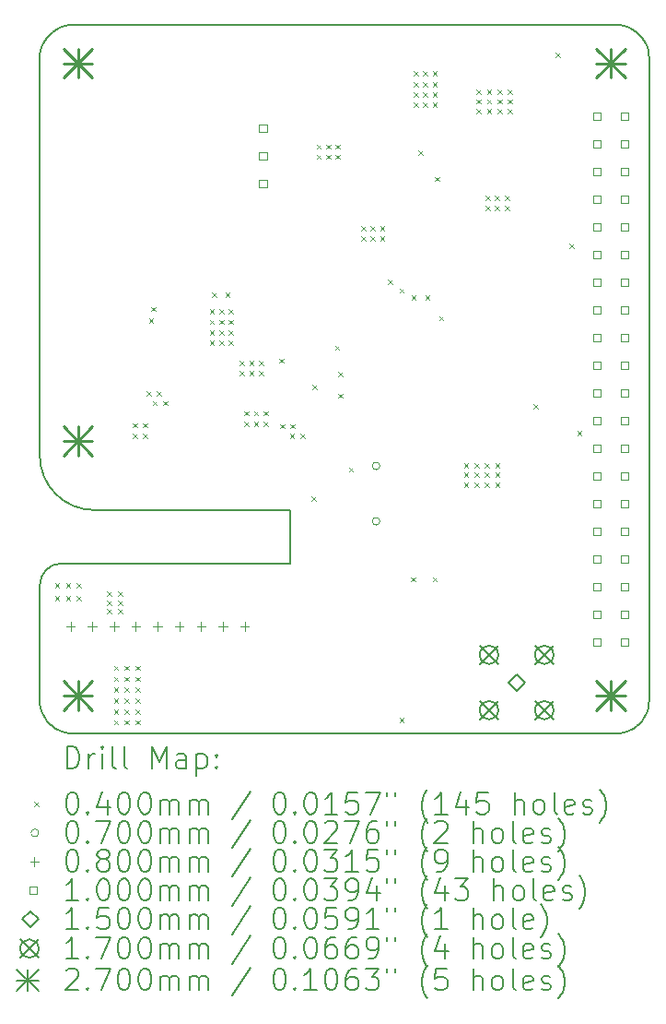
<source format=gbr>
%TF.GenerationSoftware,KiCad,Pcbnew,9.0.1*%
%TF.CreationDate,2025-04-07T05:48:08-07:00*%
%TF.ProjectId,RPi_interface,5250695f-696e-4746-9572-666163652e6b,1.3*%
%TF.SameCoordinates,Original*%
%TF.FileFunction,Drillmap*%
%TF.FilePolarity,Positive*%
%FSLAX45Y45*%
G04 Gerber Fmt 4.5, Leading zero omitted, Abs format (unit mm)*
G04 Created by KiCad (PCBNEW 9.0.1) date 2025-04-07 05:48:08*
%MOMM*%
%LPD*%
G01*
G04 APERTURE LIST*
%ADD10C,0.200000*%
%ADD11C,0.100000*%
%ADD12C,0.150000*%
%ADD13C,0.170000*%
%ADD14C,0.270000*%
G04 APERTURE END LIST*
D10*
X9007522Y-5033244D02*
X9001886Y-5066411D01*
X14592478Y-11066756D02*
X14598114Y-11033589D01*
X9169835Y-4829709D02*
X9140390Y-4845983D01*
X14583165Y-11099084D02*
X14592478Y-11066756D01*
X9001886Y-11033589D02*
X9007522Y-11066756D01*
X14487047Y-4865451D02*
X14459610Y-4845983D01*
X14366756Y-11292478D02*
X14399084Y-11283165D01*
X9140390Y-4845983D02*
X9112953Y-4865451D01*
X9169835Y-11270291D02*
X9200916Y-11283165D01*
X9029709Y-11130165D02*
X9045983Y-11159610D01*
X14430165Y-11270291D02*
X14459610Y-11254017D01*
X9140390Y-11254017D02*
X9169835Y-11270291D01*
X9000000Y-9940000D02*
X9000000Y-11000000D01*
X9266411Y-4801886D02*
X9233244Y-4807522D01*
X14600000Y-5100000D02*
X14598114Y-5066411D01*
X9200916Y-11283165D02*
X9233244Y-11292478D01*
X14534549Y-11187047D02*
X14554017Y-11159610D01*
X9001886Y-5066411D02*
X9000000Y-5100000D01*
X9000000Y-9940000D02*
G75*
G02*
X9200000Y-9740000I200000J0D01*
G01*
X14583165Y-5000916D02*
X14570291Y-4969835D01*
X9500000Y-9250000D02*
X11300000Y-9250000D01*
X14554017Y-11159610D02*
X14570291Y-11130165D01*
X9029709Y-4969835D02*
X9016835Y-5000916D01*
X9266411Y-11298114D02*
X9300000Y-11300000D01*
X9045983Y-11159610D02*
X9065451Y-11187047D01*
X14333589Y-4801886D02*
X14300000Y-4800000D01*
X9087868Y-4887868D02*
X9065451Y-4912953D01*
X9045983Y-4940390D02*
X9029709Y-4969835D01*
X9300000Y-11300000D02*
X14300000Y-11300000D01*
X11300000Y-9740000D02*
X9200000Y-9740000D01*
X9000000Y-11000000D02*
X9001886Y-11033589D01*
X14459610Y-4845983D02*
X14430165Y-4829709D01*
X14430165Y-4829709D02*
X14399084Y-4816835D01*
X9016835Y-5000916D02*
X9007522Y-5033244D01*
X14512132Y-4887868D02*
X14487047Y-4865451D01*
X9000000Y-5100000D02*
X9000000Y-8750000D01*
X9500000Y-9250000D02*
G75*
G02*
X9000000Y-8750000I0J500000D01*
G01*
X14487047Y-11234549D02*
X14512132Y-11212132D01*
X14534549Y-4912953D02*
X14512132Y-4887868D01*
X14598114Y-11033589D02*
X14600000Y-11000000D01*
X14366756Y-4807522D02*
X14333589Y-4801886D01*
X9200916Y-4816835D02*
X9169835Y-4829709D01*
X9065451Y-11187047D02*
X9087868Y-11212132D01*
X14333589Y-11298114D02*
X14366756Y-11292478D01*
X9016835Y-11099084D02*
X9029709Y-11130165D01*
X9112953Y-4865451D02*
X9087868Y-4887868D01*
X9300000Y-4800000D02*
X9266411Y-4801886D01*
X9087868Y-11212132D02*
X9112953Y-11234549D01*
X14592478Y-5033244D02*
X14583165Y-5000916D01*
X14570291Y-4969835D02*
X14554017Y-4940390D01*
X14512132Y-11212132D02*
X14534549Y-11187047D01*
X9233244Y-4807522D02*
X9200916Y-4816835D01*
X14399084Y-11283165D02*
X14430165Y-11270291D01*
X11300000Y-9250000D02*
X11300000Y-9740000D01*
X14300000Y-11300000D02*
X14333589Y-11298114D01*
X14598114Y-5066411D02*
X14592478Y-5033244D01*
X14459610Y-11254017D02*
X14487047Y-11234549D01*
X14300000Y-4800000D02*
X9300000Y-4800000D01*
X9007522Y-11066756D02*
X9016835Y-11099084D01*
X9065451Y-4912953D02*
X9045983Y-4940390D01*
X14570291Y-11130165D02*
X14583165Y-11099084D01*
X14554017Y-4940390D02*
X14534549Y-4912953D01*
X9233244Y-11292478D02*
X9266411Y-11298114D01*
X14600000Y-11000000D02*
X14600000Y-5100000D01*
X14399084Y-4816835D02*
X14366756Y-4807522D01*
X9112953Y-11234549D02*
X9140390Y-11254017D01*
D11*
X9140000Y-9920000D02*
X9180000Y-9960000D01*
X9180000Y-9920000D02*
X9140000Y-9960000D01*
X9140000Y-10040000D02*
X9180000Y-10080000D01*
X9180000Y-10040000D02*
X9140000Y-10080000D01*
X9240000Y-9920000D02*
X9280000Y-9960000D01*
X9280000Y-9920000D02*
X9240000Y-9960000D01*
X9240000Y-10040000D02*
X9280000Y-10080000D01*
X9280000Y-10040000D02*
X9240000Y-10080000D01*
X9340000Y-9920000D02*
X9380000Y-9960000D01*
X9380000Y-9920000D02*
X9340000Y-9960000D01*
X9340000Y-10040000D02*
X9380000Y-10080000D01*
X9380000Y-10040000D02*
X9340000Y-10080000D01*
X9620000Y-10000000D02*
X9660000Y-10040000D01*
X9660000Y-10000000D02*
X9620000Y-10040000D01*
X9620000Y-10080000D02*
X9660000Y-10120000D01*
X9660000Y-10080000D02*
X9620000Y-10120000D01*
X9620000Y-10160000D02*
X9660000Y-10200000D01*
X9660000Y-10160000D02*
X9620000Y-10200000D01*
X9680000Y-10680000D02*
X9720000Y-10720000D01*
X9720000Y-10680000D02*
X9680000Y-10720000D01*
X9680000Y-10780000D02*
X9720000Y-10820000D01*
X9720000Y-10780000D02*
X9680000Y-10820000D01*
X9680000Y-10880000D02*
X9720000Y-10920000D01*
X9720000Y-10880000D02*
X9680000Y-10920000D01*
X9680000Y-10980000D02*
X9720000Y-11020000D01*
X9720000Y-10980000D02*
X9680000Y-11020000D01*
X9680000Y-11080000D02*
X9720000Y-11120000D01*
X9720000Y-11080000D02*
X9680000Y-11120000D01*
X9680000Y-11180000D02*
X9720000Y-11220000D01*
X9720000Y-11180000D02*
X9680000Y-11220000D01*
X9720000Y-10000000D02*
X9760000Y-10040000D01*
X9760000Y-10000000D02*
X9720000Y-10040000D01*
X9720000Y-10080000D02*
X9760000Y-10120000D01*
X9760000Y-10080000D02*
X9720000Y-10120000D01*
X9720000Y-10160000D02*
X9760000Y-10200000D01*
X9760000Y-10160000D02*
X9720000Y-10200000D01*
X9780000Y-10680000D02*
X9820000Y-10720000D01*
X9820000Y-10680000D02*
X9780000Y-10720000D01*
X9780000Y-10780000D02*
X9820000Y-10820000D01*
X9820000Y-10780000D02*
X9780000Y-10820000D01*
X9780000Y-10880000D02*
X9820000Y-10920000D01*
X9820000Y-10880000D02*
X9780000Y-10920000D01*
X9780000Y-10980000D02*
X9820000Y-11020000D01*
X9820000Y-10980000D02*
X9780000Y-11020000D01*
X9780000Y-11080000D02*
X9820000Y-11120000D01*
X9820000Y-11080000D02*
X9780000Y-11120000D01*
X9780000Y-11180000D02*
X9820000Y-11220000D01*
X9820000Y-11180000D02*
X9780000Y-11220000D01*
X9857500Y-8452500D02*
X9897500Y-8492500D01*
X9897500Y-8452500D02*
X9857500Y-8492500D01*
X9857500Y-8547500D02*
X9897500Y-8587500D01*
X9897500Y-8547500D02*
X9857500Y-8587500D01*
X9880000Y-10680000D02*
X9920000Y-10720000D01*
X9920000Y-10680000D02*
X9880000Y-10720000D01*
X9880000Y-10780000D02*
X9920000Y-10820000D01*
X9920000Y-10780000D02*
X9880000Y-10820000D01*
X9880000Y-10880000D02*
X9920000Y-10920000D01*
X9920000Y-10880000D02*
X9880000Y-10920000D01*
X9880000Y-10980000D02*
X9920000Y-11020000D01*
X9920000Y-10980000D02*
X9880000Y-11020000D01*
X9880000Y-11080000D02*
X9920000Y-11120000D01*
X9920000Y-11080000D02*
X9880000Y-11120000D01*
X9880000Y-11180000D02*
X9920000Y-11220000D01*
X9920000Y-11180000D02*
X9880000Y-11220000D01*
X9945000Y-8452500D02*
X9985000Y-8492500D01*
X9985000Y-8452500D02*
X9945000Y-8492500D01*
X9945000Y-8547500D02*
X9985000Y-8587500D01*
X9985000Y-8547500D02*
X9945000Y-8587500D01*
X9981134Y-8158866D02*
X10021134Y-8198866D01*
X10021134Y-8158866D02*
X9981134Y-8198866D01*
X10003634Y-7492500D02*
X10043634Y-7532500D01*
X10043634Y-7492500D02*
X10003634Y-7532500D01*
X10022750Y-7385250D02*
X10062750Y-7425250D01*
X10062750Y-7385250D02*
X10022750Y-7425250D01*
X10036134Y-8248866D02*
X10076134Y-8288866D01*
X10076134Y-8248866D02*
X10036134Y-8288866D01*
X10076134Y-8158866D02*
X10116134Y-8198866D01*
X10116134Y-8158866D02*
X10076134Y-8198866D01*
X10131134Y-8248866D02*
X10171134Y-8288866D01*
X10171134Y-8248866D02*
X10131134Y-8288866D01*
X10561134Y-7408866D02*
X10601134Y-7448866D01*
X10601134Y-7408866D02*
X10561134Y-7448866D01*
X10561134Y-7503866D02*
X10601134Y-7543866D01*
X10601134Y-7503866D02*
X10561134Y-7543866D01*
X10561134Y-7598866D02*
X10601134Y-7638866D01*
X10601134Y-7598866D02*
X10561134Y-7638866D01*
X10561134Y-7696366D02*
X10601134Y-7736366D01*
X10601134Y-7696366D02*
X10561134Y-7736366D01*
X10580000Y-7255000D02*
X10620000Y-7295000D01*
X10620000Y-7255000D02*
X10580000Y-7295000D01*
X10648634Y-7408866D02*
X10688634Y-7448866D01*
X10688634Y-7408866D02*
X10648634Y-7448866D01*
X10648634Y-7503866D02*
X10688634Y-7543866D01*
X10688634Y-7503866D02*
X10648634Y-7543866D01*
X10648634Y-7598866D02*
X10688634Y-7638866D01*
X10688634Y-7598866D02*
X10648634Y-7638866D01*
X10648634Y-7696366D02*
X10688634Y-7736366D01*
X10688634Y-7696366D02*
X10648634Y-7736366D01*
X10705000Y-7255000D02*
X10745000Y-7295000D01*
X10745000Y-7255000D02*
X10705000Y-7295000D01*
X10736134Y-7408866D02*
X10776134Y-7448866D01*
X10776134Y-7408866D02*
X10736134Y-7448866D01*
X10736134Y-7503866D02*
X10776134Y-7543866D01*
X10776134Y-7503866D02*
X10736134Y-7543866D01*
X10736134Y-7598866D02*
X10776134Y-7638866D01*
X10776134Y-7598866D02*
X10736134Y-7638866D01*
X10736134Y-7696366D02*
X10776134Y-7736366D01*
X10776134Y-7696366D02*
X10736134Y-7736366D01*
X10837500Y-7880000D02*
X10877500Y-7920000D01*
X10877500Y-7880000D02*
X10837500Y-7920000D01*
X10837500Y-7975000D02*
X10877500Y-8015000D01*
X10877500Y-7975000D02*
X10837500Y-8015000D01*
X10881000Y-8342500D02*
X10921000Y-8382500D01*
X10921000Y-8342500D02*
X10881000Y-8382500D01*
X10881000Y-8440000D02*
X10921000Y-8480000D01*
X10921000Y-8440000D02*
X10881000Y-8480000D01*
X10925000Y-7880000D02*
X10965000Y-7920000D01*
X10965000Y-7880000D02*
X10925000Y-7920000D01*
X10925000Y-7975000D02*
X10965000Y-8015000D01*
X10965000Y-7975000D02*
X10925000Y-8015000D01*
X10968500Y-8342500D02*
X11008500Y-8382500D01*
X11008500Y-8342500D02*
X10968500Y-8382500D01*
X10968500Y-8440000D02*
X11008500Y-8480000D01*
X11008500Y-8440000D02*
X10968500Y-8480000D01*
X11012500Y-7880000D02*
X11052500Y-7920000D01*
X11052500Y-7880000D02*
X11012500Y-7920000D01*
X11012500Y-7975000D02*
X11052500Y-8015000D01*
X11052500Y-7975000D02*
X11012500Y-8015000D01*
X11056000Y-8342500D02*
X11096000Y-8382500D01*
X11096000Y-8342500D02*
X11056000Y-8382500D01*
X11056000Y-8440000D02*
X11096000Y-8480000D01*
X11096000Y-8440000D02*
X11056000Y-8480000D01*
X11197954Y-7859000D02*
X11237954Y-7899000D01*
X11237954Y-7859000D02*
X11197954Y-7899000D01*
X11208634Y-8461366D02*
X11248634Y-8501366D01*
X11248634Y-8461366D02*
X11208634Y-8501366D01*
X11298634Y-8551366D02*
X11338634Y-8591366D01*
X11338634Y-8551366D02*
X11298634Y-8591366D01*
X11303634Y-8461366D02*
X11343634Y-8501366D01*
X11343634Y-8461366D02*
X11303634Y-8501366D01*
X11393634Y-8551366D02*
X11433634Y-8591366D01*
X11433634Y-8551366D02*
X11393634Y-8591366D01*
X11495000Y-9125000D02*
X11535000Y-9165000D01*
X11535000Y-9125000D02*
X11495000Y-9165000D01*
X11503634Y-8101366D02*
X11543634Y-8141366D01*
X11543634Y-8101366D02*
X11503634Y-8141366D01*
X11542500Y-5895000D02*
X11582500Y-5935000D01*
X11582500Y-5895000D02*
X11542500Y-5935000D01*
X11542500Y-5990000D02*
X11582500Y-6030000D01*
X11582500Y-5990000D02*
X11542500Y-6030000D01*
X11630000Y-5895000D02*
X11670000Y-5935000D01*
X11670000Y-5895000D02*
X11630000Y-5935000D01*
X11630000Y-5990000D02*
X11670000Y-6030000D01*
X11670000Y-5990000D02*
X11630000Y-6030000D01*
X11713634Y-7741366D02*
X11753634Y-7781366D01*
X11753634Y-7741366D02*
X11713634Y-7781366D01*
X11717500Y-5895000D02*
X11757500Y-5935000D01*
X11757500Y-5895000D02*
X11717500Y-5935000D01*
X11717500Y-5990000D02*
X11757500Y-6030000D01*
X11757500Y-5990000D02*
X11717500Y-6030000D01*
X11743634Y-7981366D02*
X11783634Y-8021366D01*
X11783634Y-7981366D02*
X11743634Y-8021366D01*
X11743634Y-8181366D02*
X11783634Y-8221366D01*
X11783634Y-8181366D02*
X11743634Y-8221366D01*
X11840000Y-8860000D02*
X11880000Y-8900000D01*
X11880000Y-8860000D02*
X11840000Y-8900000D01*
X11952500Y-6645000D02*
X11992500Y-6685000D01*
X11992500Y-6645000D02*
X11952500Y-6685000D01*
X11952500Y-6740000D02*
X11992500Y-6780000D01*
X11992500Y-6740000D02*
X11952500Y-6780000D01*
X12040000Y-6645000D02*
X12080000Y-6685000D01*
X12080000Y-6645000D02*
X12040000Y-6685000D01*
X12040000Y-6740000D02*
X12080000Y-6780000D01*
X12080000Y-6740000D02*
X12040000Y-6780000D01*
X12127500Y-6645000D02*
X12167500Y-6685000D01*
X12167500Y-6645000D02*
X12127500Y-6685000D01*
X12127500Y-6740000D02*
X12167500Y-6780000D01*
X12167500Y-6740000D02*
X12127500Y-6780000D01*
X12200000Y-7135000D02*
X12240000Y-7175000D01*
X12240000Y-7135000D02*
X12200000Y-7175000D01*
X12305000Y-7217416D02*
X12345000Y-7257416D01*
X12345000Y-7217416D02*
X12305000Y-7257416D01*
X12305000Y-11155000D02*
X12345000Y-11195000D01*
X12345000Y-11155000D02*
X12305000Y-11195000D01*
X12410000Y-9867500D02*
X12450000Y-9907500D01*
X12450000Y-9867500D02*
X12410000Y-9907500D01*
X12416000Y-7281000D02*
X12456000Y-7321000D01*
X12456000Y-7281000D02*
X12416000Y-7321000D01*
X12435000Y-5225000D02*
X12475000Y-5265000D01*
X12475000Y-5225000D02*
X12435000Y-5265000D01*
X12435000Y-5322500D02*
X12475000Y-5362500D01*
X12475000Y-5322500D02*
X12435000Y-5362500D01*
X12435000Y-5417500D02*
X12475000Y-5457500D01*
X12475000Y-5417500D02*
X12435000Y-5457500D01*
X12435000Y-5512500D02*
X12475000Y-5552500D01*
X12475000Y-5512500D02*
X12435000Y-5552500D01*
X12477500Y-5952500D02*
X12517500Y-5992500D01*
X12517500Y-5952500D02*
X12477500Y-5992500D01*
X12522500Y-5225000D02*
X12562500Y-5265000D01*
X12562500Y-5225000D02*
X12522500Y-5265000D01*
X12522500Y-5322500D02*
X12562500Y-5362500D01*
X12562500Y-5322500D02*
X12522500Y-5362500D01*
X12522500Y-5417500D02*
X12562500Y-5457500D01*
X12562500Y-5417500D02*
X12522500Y-5457500D01*
X12522500Y-5512500D02*
X12562500Y-5552500D01*
X12562500Y-5512500D02*
X12522500Y-5552500D01*
X12542500Y-7282500D02*
X12582500Y-7322500D01*
X12582500Y-7282500D02*
X12542500Y-7322500D01*
X12610000Y-5225000D02*
X12650000Y-5265000D01*
X12650000Y-5225000D02*
X12610000Y-5265000D01*
X12610000Y-5322500D02*
X12650000Y-5362500D01*
X12650000Y-5322500D02*
X12610000Y-5362500D01*
X12610000Y-5417500D02*
X12650000Y-5457500D01*
X12650000Y-5417500D02*
X12610000Y-5457500D01*
X12610000Y-5512500D02*
X12650000Y-5552500D01*
X12650000Y-5512500D02*
X12610000Y-5552500D01*
X12610000Y-9867500D02*
X12650000Y-9907500D01*
X12650000Y-9867500D02*
X12610000Y-9907500D01*
X12634000Y-6191000D02*
X12674000Y-6231000D01*
X12674000Y-6191000D02*
X12634000Y-6231000D01*
X12670000Y-7470000D02*
X12710000Y-7510000D01*
X12710000Y-7470000D02*
X12670000Y-7510000D01*
X12898500Y-8821000D02*
X12938500Y-8861000D01*
X12938500Y-8821000D02*
X12898500Y-8861000D01*
X12898500Y-8908500D02*
X12938500Y-8948500D01*
X12938500Y-8908500D02*
X12898500Y-8948500D01*
X12898500Y-8996000D02*
X12938500Y-9036000D01*
X12938500Y-8996000D02*
X12898500Y-9036000D01*
X12993500Y-8821000D02*
X13033500Y-8861000D01*
X13033500Y-8821000D02*
X12993500Y-8861000D01*
X12993500Y-8908500D02*
X13033500Y-8948500D01*
X13033500Y-8908500D02*
X12993500Y-8948500D01*
X12993500Y-8996000D02*
X13033500Y-9036000D01*
X13033500Y-8996000D02*
X12993500Y-9036000D01*
X13015000Y-5392500D02*
X13055000Y-5432500D01*
X13055000Y-5392500D02*
X13015000Y-5432500D01*
X13015000Y-5480000D02*
X13055000Y-5520000D01*
X13055000Y-5480000D02*
X13015000Y-5520000D01*
X13015000Y-5567500D02*
X13055000Y-5607500D01*
X13055000Y-5567500D02*
X13015000Y-5607500D01*
X13088500Y-8821000D02*
X13128500Y-8861000D01*
X13128500Y-8821000D02*
X13088500Y-8861000D01*
X13088500Y-8908500D02*
X13128500Y-8948500D01*
X13128500Y-8908500D02*
X13088500Y-8948500D01*
X13088500Y-8996000D02*
X13128500Y-9036000D01*
X13128500Y-8996000D02*
X13088500Y-9036000D01*
X13097500Y-6365000D02*
X13137500Y-6405000D01*
X13137500Y-6365000D02*
X13097500Y-6405000D01*
X13097500Y-6460000D02*
X13137500Y-6500000D01*
X13137500Y-6460000D02*
X13097500Y-6500000D01*
X13110000Y-5392500D02*
X13150000Y-5432500D01*
X13150000Y-5392500D02*
X13110000Y-5432500D01*
X13110000Y-5480000D02*
X13150000Y-5520000D01*
X13150000Y-5480000D02*
X13110000Y-5520000D01*
X13110000Y-5567500D02*
X13150000Y-5607500D01*
X13150000Y-5567500D02*
X13110000Y-5607500D01*
X13185000Y-6365000D02*
X13225000Y-6405000D01*
X13225000Y-6365000D02*
X13185000Y-6405000D01*
X13185000Y-6460000D02*
X13225000Y-6500000D01*
X13225000Y-6460000D02*
X13185000Y-6500000D01*
X13186000Y-8821000D02*
X13226000Y-8861000D01*
X13226000Y-8821000D02*
X13186000Y-8861000D01*
X13186000Y-8908500D02*
X13226000Y-8948500D01*
X13226000Y-8908500D02*
X13186000Y-8948500D01*
X13186000Y-8996000D02*
X13226000Y-9036000D01*
X13226000Y-8996000D02*
X13186000Y-9036000D01*
X13205000Y-5392500D02*
X13245000Y-5432500D01*
X13245000Y-5392500D02*
X13205000Y-5432500D01*
X13205000Y-5480000D02*
X13245000Y-5520000D01*
X13245000Y-5480000D02*
X13205000Y-5520000D01*
X13205000Y-5567500D02*
X13245000Y-5607500D01*
X13245000Y-5567500D02*
X13205000Y-5607500D01*
X13272500Y-6365000D02*
X13312500Y-6405000D01*
X13312500Y-6365000D02*
X13272500Y-6405000D01*
X13272500Y-6460000D02*
X13312500Y-6500000D01*
X13312500Y-6460000D02*
X13272500Y-6500000D01*
X13302500Y-5392500D02*
X13342500Y-5432500D01*
X13342500Y-5392500D02*
X13302500Y-5432500D01*
X13302500Y-5480000D02*
X13342500Y-5520000D01*
X13342500Y-5480000D02*
X13302500Y-5520000D01*
X13302500Y-5567500D02*
X13342500Y-5607500D01*
X13342500Y-5567500D02*
X13302500Y-5607500D01*
X13540050Y-8280000D02*
X13580050Y-8320000D01*
X13580050Y-8280000D02*
X13540050Y-8320000D01*
X13742500Y-5055000D02*
X13782500Y-5095000D01*
X13782500Y-5055000D02*
X13742500Y-5095000D01*
X13870000Y-6805000D02*
X13910000Y-6845000D01*
X13910000Y-6805000D02*
X13870000Y-6845000D01*
X13940000Y-8527500D02*
X13980000Y-8567500D01*
X13980000Y-8527500D02*
X13940000Y-8567500D01*
X12125000Y-8846000D02*
G75*
G02*
X12055000Y-8846000I-35000J0D01*
G01*
X12055000Y-8846000D02*
G75*
G02*
X12125000Y-8846000I35000J0D01*
G01*
X12125000Y-9354000D02*
G75*
G02*
X12055000Y-9354000I-35000J0D01*
G01*
X12055000Y-9354000D02*
G75*
G02*
X12125000Y-9354000I35000J0D01*
G01*
X9282500Y-10280000D02*
X9282500Y-10360000D01*
X9242500Y-10320000D02*
X9322500Y-10320000D01*
X9482500Y-10280000D02*
X9482500Y-10360000D01*
X9442500Y-10320000D02*
X9522500Y-10320000D01*
X9682500Y-10280000D02*
X9682500Y-10360000D01*
X9642500Y-10320000D02*
X9722500Y-10320000D01*
X9882500Y-10280000D02*
X9882500Y-10360000D01*
X9842500Y-10320000D02*
X9922500Y-10320000D01*
X10082500Y-10280000D02*
X10082500Y-10360000D01*
X10042500Y-10320000D02*
X10122500Y-10320000D01*
X10282500Y-10280000D02*
X10282500Y-10360000D01*
X10242500Y-10320000D02*
X10322500Y-10320000D01*
X10482500Y-10280000D02*
X10482500Y-10360000D01*
X10442500Y-10320000D02*
X10522500Y-10320000D01*
X10682500Y-10280000D02*
X10682500Y-10360000D01*
X10642500Y-10320000D02*
X10722500Y-10320000D01*
X10882500Y-10280000D02*
X10882500Y-10360000D01*
X10842500Y-10320000D02*
X10922500Y-10320000D01*
X11085356Y-5781356D02*
X11085356Y-5710644D01*
X11014644Y-5710644D01*
X11014644Y-5781356D01*
X11085356Y-5781356D01*
X11085356Y-6035356D02*
X11085356Y-5964644D01*
X11014644Y-5964644D01*
X11014644Y-6035356D01*
X11085356Y-6035356D01*
X11085356Y-6289356D02*
X11085356Y-6218644D01*
X11014644Y-6218644D01*
X11014644Y-6289356D01*
X11085356Y-6289356D01*
X14158356Y-5672356D02*
X14158356Y-5601644D01*
X14087644Y-5601644D01*
X14087644Y-5672356D01*
X14158356Y-5672356D01*
X14158356Y-5926356D02*
X14158356Y-5855644D01*
X14087644Y-5855644D01*
X14087644Y-5926356D01*
X14158356Y-5926356D01*
X14158356Y-6180356D02*
X14158356Y-6109644D01*
X14087644Y-6109644D01*
X14087644Y-6180356D01*
X14158356Y-6180356D01*
X14158356Y-6434356D02*
X14158356Y-6363644D01*
X14087644Y-6363644D01*
X14087644Y-6434356D01*
X14158356Y-6434356D01*
X14158356Y-6688356D02*
X14158356Y-6617644D01*
X14087644Y-6617644D01*
X14087644Y-6688356D01*
X14158356Y-6688356D01*
X14158356Y-6942356D02*
X14158356Y-6871644D01*
X14087644Y-6871644D01*
X14087644Y-6942356D01*
X14158356Y-6942356D01*
X14158356Y-7196356D02*
X14158356Y-7125644D01*
X14087644Y-7125644D01*
X14087644Y-7196356D01*
X14158356Y-7196356D01*
X14158356Y-7450356D02*
X14158356Y-7379644D01*
X14087644Y-7379644D01*
X14087644Y-7450356D01*
X14158356Y-7450356D01*
X14158356Y-7704356D02*
X14158356Y-7633644D01*
X14087644Y-7633644D01*
X14087644Y-7704356D01*
X14158356Y-7704356D01*
X14158356Y-7958356D02*
X14158356Y-7887644D01*
X14087644Y-7887644D01*
X14087644Y-7958356D01*
X14158356Y-7958356D01*
X14158356Y-8212356D02*
X14158356Y-8141644D01*
X14087644Y-8141644D01*
X14087644Y-8212356D01*
X14158356Y-8212356D01*
X14158356Y-8466356D02*
X14158356Y-8395644D01*
X14087644Y-8395644D01*
X14087644Y-8466356D01*
X14158356Y-8466356D01*
X14158356Y-8720356D02*
X14158356Y-8649644D01*
X14087644Y-8649644D01*
X14087644Y-8720356D01*
X14158356Y-8720356D01*
X14158356Y-8974356D02*
X14158356Y-8903644D01*
X14087644Y-8903644D01*
X14087644Y-8974356D01*
X14158356Y-8974356D01*
X14158356Y-9228356D02*
X14158356Y-9157644D01*
X14087644Y-9157644D01*
X14087644Y-9228356D01*
X14158356Y-9228356D01*
X14158356Y-9482356D02*
X14158356Y-9411644D01*
X14087644Y-9411644D01*
X14087644Y-9482356D01*
X14158356Y-9482356D01*
X14158356Y-9736356D02*
X14158356Y-9665644D01*
X14087644Y-9665644D01*
X14087644Y-9736356D01*
X14158356Y-9736356D01*
X14158356Y-9990356D02*
X14158356Y-9919644D01*
X14087644Y-9919644D01*
X14087644Y-9990356D01*
X14158356Y-9990356D01*
X14158356Y-10244356D02*
X14158356Y-10173644D01*
X14087644Y-10173644D01*
X14087644Y-10244356D01*
X14158356Y-10244356D01*
X14158356Y-10498356D02*
X14158356Y-10427644D01*
X14087644Y-10427644D01*
X14087644Y-10498356D01*
X14158356Y-10498356D01*
X14412356Y-5672356D02*
X14412356Y-5601644D01*
X14341644Y-5601644D01*
X14341644Y-5672356D01*
X14412356Y-5672356D01*
X14412356Y-5926356D02*
X14412356Y-5855644D01*
X14341644Y-5855644D01*
X14341644Y-5926356D01*
X14412356Y-5926356D01*
X14412356Y-6180356D02*
X14412356Y-6109644D01*
X14341644Y-6109644D01*
X14341644Y-6180356D01*
X14412356Y-6180356D01*
X14412356Y-6434356D02*
X14412356Y-6363644D01*
X14341644Y-6363644D01*
X14341644Y-6434356D01*
X14412356Y-6434356D01*
X14412356Y-6688356D02*
X14412356Y-6617644D01*
X14341644Y-6617644D01*
X14341644Y-6688356D01*
X14412356Y-6688356D01*
X14412356Y-6942356D02*
X14412356Y-6871644D01*
X14341644Y-6871644D01*
X14341644Y-6942356D01*
X14412356Y-6942356D01*
X14412356Y-7196356D02*
X14412356Y-7125644D01*
X14341644Y-7125644D01*
X14341644Y-7196356D01*
X14412356Y-7196356D01*
X14412356Y-7450356D02*
X14412356Y-7379644D01*
X14341644Y-7379644D01*
X14341644Y-7450356D01*
X14412356Y-7450356D01*
X14412356Y-7704356D02*
X14412356Y-7633644D01*
X14341644Y-7633644D01*
X14341644Y-7704356D01*
X14412356Y-7704356D01*
X14412356Y-7958356D02*
X14412356Y-7887644D01*
X14341644Y-7887644D01*
X14341644Y-7958356D01*
X14412356Y-7958356D01*
X14412356Y-8212356D02*
X14412356Y-8141644D01*
X14341644Y-8141644D01*
X14341644Y-8212356D01*
X14412356Y-8212356D01*
X14412356Y-8466356D02*
X14412356Y-8395644D01*
X14341644Y-8395644D01*
X14341644Y-8466356D01*
X14412356Y-8466356D01*
X14412356Y-8720356D02*
X14412356Y-8649644D01*
X14341644Y-8649644D01*
X14341644Y-8720356D01*
X14412356Y-8720356D01*
X14412356Y-8974356D02*
X14412356Y-8903644D01*
X14341644Y-8903644D01*
X14341644Y-8974356D01*
X14412356Y-8974356D01*
X14412356Y-9228356D02*
X14412356Y-9157644D01*
X14341644Y-9157644D01*
X14341644Y-9228356D01*
X14412356Y-9228356D01*
X14412356Y-9482356D02*
X14412356Y-9411644D01*
X14341644Y-9411644D01*
X14341644Y-9482356D01*
X14412356Y-9482356D01*
X14412356Y-9736356D02*
X14412356Y-9665644D01*
X14341644Y-9665644D01*
X14341644Y-9736356D01*
X14412356Y-9736356D01*
X14412356Y-9990356D02*
X14412356Y-9919644D01*
X14341644Y-9919644D01*
X14341644Y-9990356D01*
X14412356Y-9990356D01*
X14412356Y-10244356D02*
X14412356Y-10173644D01*
X14341644Y-10173644D01*
X14341644Y-10244356D01*
X14412356Y-10244356D01*
X14412356Y-10498356D02*
X14412356Y-10427644D01*
X14341644Y-10427644D01*
X14341644Y-10498356D01*
X14412356Y-10498356D01*
D12*
X13383000Y-10908500D02*
X13458000Y-10833500D01*
X13383000Y-10758500D01*
X13308000Y-10833500D01*
X13383000Y-10908500D01*
D13*
X13044000Y-10494500D02*
X13214000Y-10664500D01*
X13214000Y-10494500D02*
X13044000Y-10664500D01*
X13214000Y-10579500D02*
G75*
G02*
X13044000Y-10579500I-85000J0D01*
G01*
X13044000Y-10579500D02*
G75*
G02*
X13214000Y-10579500I85000J0D01*
G01*
X13044000Y-11002500D02*
X13214000Y-11172500D01*
X13214000Y-11002500D02*
X13044000Y-11172500D01*
X13214000Y-11087500D02*
G75*
G02*
X13044000Y-11087500I-85000J0D01*
G01*
X13044000Y-11087500D02*
G75*
G02*
X13214000Y-11087500I85000J0D01*
G01*
X13552000Y-10494500D02*
X13722000Y-10664500D01*
X13722000Y-10494500D02*
X13552000Y-10664500D01*
X13722000Y-10579500D02*
G75*
G02*
X13552000Y-10579500I-85000J0D01*
G01*
X13552000Y-10579500D02*
G75*
G02*
X13722000Y-10579500I85000J0D01*
G01*
X13552000Y-11002500D02*
X13722000Y-11172500D01*
X13722000Y-11002500D02*
X13552000Y-11172500D01*
X13722000Y-11087500D02*
G75*
G02*
X13552000Y-11087500I-85000J0D01*
G01*
X13552000Y-11087500D02*
G75*
G02*
X13722000Y-11087500I85000J0D01*
G01*
D14*
X9215000Y-5015000D02*
X9485000Y-5285000D01*
X9485000Y-5015000D02*
X9215000Y-5285000D01*
X9350000Y-5015000D02*
X9350000Y-5285000D01*
X9215000Y-5150000D02*
X9485000Y-5150000D01*
X9215000Y-8485000D02*
X9485000Y-8755000D01*
X9485000Y-8485000D02*
X9215000Y-8755000D01*
X9350000Y-8485000D02*
X9350000Y-8755000D01*
X9215000Y-8620000D02*
X9485000Y-8620000D01*
X9215000Y-10815000D02*
X9485000Y-11085000D01*
X9485000Y-10815000D02*
X9215000Y-11085000D01*
X9350000Y-10815000D02*
X9350000Y-11085000D01*
X9215000Y-10950000D02*
X9485000Y-10950000D01*
X14115000Y-5015000D02*
X14385000Y-5285000D01*
X14385000Y-5015000D02*
X14115000Y-5285000D01*
X14250000Y-5015000D02*
X14250000Y-5285000D01*
X14115000Y-5150000D02*
X14385000Y-5150000D01*
X14115000Y-10815000D02*
X14385000Y-11085000D01*
X14385000Y-10815000D02*
X14115000Y-11085000D01*
X14250000Y-10815000D02*
X14250000Y-11085000D01*
X14115000Y-10950000D02*
X14385000Y-10950000D01*
D10*
X9250777Y-11621484D02*
X9250777Y-11421484D01*
X9250777Y-11421484D02*
X9298396Y-11421484D01*
X9298396Y-11421484D02*
X9326967Y-11431008D01*
X9326967Y-11431008D02*
X9346015Y-11450055D01*
X9346015Y-11450055D02*
X9355539Y-11469103D01*
X9355539Y-11469103D02*
X9365062Y-11507198D01*
X9365062Y-11507198D02*
X9365062Y-11535769D01*
X9365062Y-11535769D02*
X9355539Y-11573865D01*
X9355539Y-11573865D02*
X9346015Y-11592912D01*
X9346015Y-11592912D02*
X9326967Y-11611960D01*
X9326967Y-11611960D02*
X9298396Y-11621484D01*
X9298396Y-11621484D02*
X9250777Y-11621484D01*
X9450777Y-11621484D02*
X9450777Y-11488150D01*
X9450777Y-11526246D02*
X9460300Y-11507198D01*
X9460300Y-11507198D02*
X9469824Y-11497674D01*
X9469824Y-11497674D02*
X9488872Y-11488150D01*
X9488872Y-11488150D02*
X9507920Y-11488150D01*
X9574586Y-11621484D02*
X9574586Y-11488150D01*
X9574586Y-11421484D02*
X9565062Y-11431008D01*
X9565062Y-11431008D02*
X9574586Y-11440531D01*
X9574586Y-11440531D02*
X9584110Y-11431008D01*
X9584110Y-11431008D02*
X9574586Y-11421484D01*
X9574586Y-11421484D02*
X9574586Y-11440531D01*
X9698396Y-11621484D02*
X9679348Y-11611960D01*
X9679348Y-11611960D02*
X9669824Y-11592912D01*
X9669824Y-11592912D02*
X9669824Y-11421484D01*
X9803158Y-11621484D02*
X9784110Y-11611960D01*
X9784110Y-11611960D02*
X9774586Y-11592912D01*
X9774586Y-11592912D02*
X9774586Y-11421484D01*
X10031729Y-11621484D02*
X10031729Y-11421484D01*
X10031729Y-11421484D02*
X10098396Y-11564341D01*
X10098396Y-11564341D02*
X10165062Y-11421484D01*
X10165062Y-11421484D02*
X10165062Y-11621484D01*
X10346015Y-11621484D02*
X10346015Y-11516722D01*
X10346015Y-11516722D02*
X10336491Y-11497674D01*
X10336491Y-11497674D02*
X10317443Y-11488150D01*
X10317443Y-11488150D02*
X10279348Y-11488150D01*
X10279348Y-11488150D02*
X10260300Y-11497674D01*
X10346015Y-11611960D02*
X10326967Y-11621484D01*
X10326967Y-11621484D02*
X10279348Y-11621484D01*
X10279348Y-11621484D02*
X10260300Y-11611960D01*
X10260300Y-11611960D02*
X10250777Y-11592912D01*
X10250777Y-11592912D02*
X10250777Y-11573865D01*
X10250777Y-11573865D02*
X10260300Y-11554817D01*
X10260300Y-11554817D02*
X10279348Y-11545293D01*
X10279348Y-11545293D02*
X10326967Y-11545293D01*
X10326967Y-11545293D02*
X10346015Y-11535769D01*
X10441253Y-11488150D02*
X10441253Y-11688150D01*
X10441253Y-11497674D02*
X10460300Y-11488150D01*
X10460300Y-11488150D02*
X10498396Y-11488150D01*
X10498396Y-11488150D02*
X10517443Y-11497674D01*
X10517443Y-11497674D02*
X10526967Y-11507198D01*
X10526967Y-11507198D02*
X10536491Y-11526246D01*
X10536491Y-11526246D02*
X10536491Y-11583388D01*
X10536491Y-11583388D02*
X10526967Y-11602436D01*
X10526967Y-11602436D02*
X10517443Y-11611960D01*
X10517443Y-11611960D02*
X10498396Y-11621484D01*
X10498396Y-11621484D02*
X10460300Y-11621484D01*
X10460300Y-11621484D02*
X10441253Y-11611960D01*
X10622205Y-11602436D02*
X10631729Y-11611960D01*
X10631729Y-11611960D02*
X10622205Y-11621484D01*
X10622205Y-11621484D02*
X10612681Y-11611960D01*
X10612681Y-11611960D02*
X10622205Y-11602436D01*
X10622205Y-11602436D02*
X10622205Y-11621484D01*
X10622205Y-11497674D02*
X10631729Y-11507198D01*
X10631729Y-11507198D02*
X10622205Y-11516722D01*
X10622205Y-11516722D02*
X10612681Y-11507198D01*
X10612681Y-11507198D02*
X10622205Y-11497674D01*
X10622205Y-11497674D02*
X10622205Y-11516722D01*
D11*
X8950000Y-11930000D02*
X8990000Y-11970000D01*
X8990000Y-11930000D02*
X8950000Y-11970000D01*
D10*
X9288872Y-11841484D02*
X9307920Y-11841484D01*
X9307920Y-11841484D02*
X9326967Y-11851008D01*
X9326967Y-11851008D02*
X9336491Y-11860531D01*
X9336491Y-11860531D02*
X9346015Y-11879579D01*
X9346015Y-11879579D02*
X9355539Y-11917674D01*
X9355539Y-11917674D02*
X9355539Y-11965293D01*
X9355539Y-11965293D02*
X9346015Y-12003388D01*
X9346015Y-12003388D02*
X9336491Y-12022436D01*
X9336491Y-12022436D02*
X9326967Y-12031960D01*
X9326967Y-12031960D02*
X9307920Y-12041484D01*
X9307920Y-12041484D02*
X9288872Y-12041484D01*
X9288872Y-12041484D02*
X9269824Y-12031960D01*
X9269824Y-12031960D02*
X9260300Y-12022436D01*
X9260300Y-12022436D02*
X9250777Y-12003388D01*
X9250777Y-12003388D02*
X9241253Y-11965293D01*
X9241253Y-11965293D02*
X9241253Y-11917674D01*
X9241253Y-11917674D02*
X9250777Y-11879579D01*
X9250777Y-11879579D02*
X9260300Y-11860531D01*
X9260300Y-11860531D02*
X9269824Y-11851008D01*
X9269824Y-11851008D02*
X9288872Y-11841484D01*
X9441253Y-12022436D02*
X9450777Y-12031960D01*
X9450777Y-12031960D02*
X9441253Y-12041484D01*
X9441253Y-12041484D02*
X9431729Y-12031960D01*
X9431729Y-12031960D02*
X9441253Y-12022436D01*
X9441253Y-12022436D02*
X9441253Y-12041484D01*
X9622205Y-11908150D02*
X9622205Y-12041484D01*
X9574586Y-11831960D02*
X9526967Y-11974817D01*
X9526967Y-11974817D02*
X9650777Y-11974817D01*
X9765062Y-11841484D02*
X9784110Y-11841484D01*
X9784110Y-11841484D02*
X9803158Y-11851008D01*
X9803158Y-11851008D02*
X9812681Y-11860531D01*
X9812681Y-11860531D02*
X9822205Y-11879579D01*
X9822205Y-11879579D02*
X9831729Y-11917674D01*
X9831729Y-11917674D02*
X9831729Y-11965293D01*
X9831729Y-11965293D02*
X9822205Y-12003388D01*
X9822205Y-12003388D02*
X9812681Y-12022436D01*
X9812681Y-12022436D02*
X9803158Y-12031960D01*
X9803158Y-12031960D02*
X9784110Y-12041484D01*
X9784110Y-12041484D02*
X9765062Y-12041484D01*
X9765062Y-12041484D02*
X9746015Y-12031960D01*
X9746015Y-12031960D02*
X9736491Y-12022436D01*
X9736491Y-12022436D02*
X9726967Y-12003388D01*
X9726967Y-12003388D02*
X9717443Y-11965293D01*
X9717443Y-11965293D02*
X9717443Y-11917674D01*
X9717443Y-11917674D02*
X9726967Y-11879579D01*
X9726967Y-11879579D02*
X9736491Y-11860531D01*
X9736491Y-11860531D02*
X9746015Y-11851008D01*
X9746015Y-11851008D02*
X9765062Y-11841484D01*
X9955539Y-11841484D02*
X9974586Y-11841484D01*
X9974586Y-11841484D02*
X9993634Y-11851008D01*
X9993634Y-11851008D02*
X10003158Y-11860531D01*
X10003158Y-11860531D02*
X10012681Y-11879579D01*
X10012681Y-11879579D02*
X10022205Y-11917674D01*
X10022205Y-11917674D02*
X10022205Y-11965293D01*
X10022205Y-11965293D02*
X10012681Y-12003388D01*
X10012681Y-12003388D02*
X10003158Y-12022436D01*
X10003158Y-12022436D02*
X9993634Y-12031960D01*
X9993634Y-12031960D02*
X9974586Y-12041484D01*
X9974586Y-12041484D02*
X9955539Y-12041484D01*
X9955539Y-12041484D02*
X9936491Y-12031960D01*
X9936491Y-12031960D02*
X9926967Y-12022436D01*
X9926967Y-12022436D02*
X9917443Y-12003388D01*
X9917443Y-12003388D02*
X9907920Y-11965293D01*
X9907920Y-11965293D02*
X9907920Y-11917674D01*
X9907920Y-11917674D02*
X9917443Y-11879579D01*
X9917443Y-11879579D02*
X9926967Y-11860531D01*
X9926967Y-11860531D02*
X9936491Y-11851008D01*
X9936491Y-11851008D02*
X9955539Y-11841484D01*
X10107920Y-12041484D02*
X10107920Y-11908150D01*
X10107920Y-11927198D02*
X10117443Y-11917674D01*
X10117443Y-11917674D02*
X10136491Y-11908150D01*
X10136491Y-11908150D02*
X10165062Y-11908150D01*
X10165062Y-11908150D02*
X10184110Y-11917674D01*
X10184110Y-11917674D02*
X10193634Y-11936722D01*
X10193634Y-11936722D02*
X10193634Y-12041484D01*
X10193634Y-11936722D02*
X10203158Y-11917674D01*
X10203158Y-11917674D02*
X10222205Y-11908150D01*
X10222205Y-11908150D02*
X10250777Y-11908150D01*
X10250777Y-11908150D02*
X10269824Y-11917674D01*
X10269824Y-11917674D02*
X10279348Y-11936722D01*
X10279348Y-11936722D02*
X10279348Y-12041484D01*
X10374586Y-12041484D02*
X10374586Y-11908150D01*
X10374586Y-11927198D02*
X10384110Y-11917674D01*
X10384110Y-11917674D02*
X10403158Y-11908150D01*
X10403158Y-11908150D02*
X10431729Y-11908150D01*
X10431729Y-11908150D02*
X10450777Y-11917674D01*
X10450777Y-11917674D02*
X10460301Y-11936722D01*
X10460301Y-11936722D02*
X10460301Y-12041484D01*
X10460301Y-11936722D02*
X10469824Y-11917674D01*
X10469824Y-11917674D02*
X10488872Y-11908150D01*
X10488872Y-11908150D02*
X10517443Y-11908150D01*
X10517443Y-11908150D02*
X10536491Y-11917674D01*
X10536491Y-11917674D02*
X10546015Y-11936722D01*
X10546015Y-11936722D02*
X10546015Y-12041484D01*
X10936491Y-11831960D02*
X10765063Y-12089103D01*
X11193634Y-11841484D02*
X11212682Y-11841484D01*
X11212682Y-11841484D02*
X11231729Y-11851008D01*
X11231729Y-11851008D02*
X11241253Y-11860531D01*
X11241253Y-11860531D02*
X11250777Y-11879579D01*
X11250777Y-11879579D02*
X11260301Y-11917674D01*
X11260301Y-11917674D02*
X11260301Y-11965293D01*
X11260301Y-11965293D02*
X11250777Y-12003388D01*
X11250777Y-12003388D02*
X11241253Y-12022436D01*
X11241253Y-12022436D02*
X11231729Y-12031960D01*
X11231729Y-12031960D02*
X11212682Y-12041484D01*
X11212682Y-12041484D02*
X11193634Y-12041484D01*
X11193634Y-12041484D02*
X11174586Y-12031960D01*
X11174586Y-12031960D02*
X11165063Y-12022436D01*
X11165063Y-12022436D02*
X11155539Y-12003388D01*
X11155539Y-12003388D02*
X11146015Y-11965293D01*
X11146015Y-11965293D02*
X11146015Y-11917674D01*
X11146015Y-11917674D02*
X11155539Y-11879579D01*
X11155539Y-11879579D02*
X11165063Y-11860531D01*
X11165063Y-11860531D02*
X11174586Y-11851008D01*
X11174586Y-11851008D02*
X11193634Y-11841484D01*
X11346015Y-12022436D02*
X11355539Y-12031960D01*
X11355539Y-12031960D02*
X11346015Y-12041484D01*
X11346015Y-12041484D02*
X11336491Y-12031960D01*
X11336491Y-12031960D02*
X11346015Y-12022436D01*
X11346015Y-12022436D02*
X11346015Y-12041484D01*
X11479348Y-11841484D02*
X11498396Y-11841484D01*
X11498396Y-11841484D02*
X11517443Y-11851008D01*
X11517443Y-11851008D02*
X11526967Y-11860531D01*
X11526967Y-11860531D02*
X11536491Y-11879579D01*
X11536491Y-11879579D02*
X11546015Y-11917674D01*
X11546015Y-11917674D02*
X11546015Y-11965293D01*
X11546015Y-11965293D02*
X11536491Y-12003388D01*
X11536491Y-12003388D02*
X11526967Y-12022436D01*
X11526967Y-12022436D02*
X11517443Y-12031960D01*
X11517443Y-12031960D02*
X11498396Y-12041484D01*
X11498396Y-12041484D02*
X11479348Y-12041484D01*
X11479348Y-12041484D02*
X11460301Y-12031960D01*
X11460301Y-12031960D02*
X11450777Y-12022436D01*
X11450777Y-12022436D02*
X11441253Y-12003388D01*
X11441253Y-12003388D02*
X11431729Y-11965293D01*
X11431729Y-11965293D02*
X11431729Y-11917674D01*
X11431729Y-11917674D02*
X11441253Y-11879579D01*
X11441253Y-11879579D02*
X11450777Y-11860531D01*
X11450777Y-11860531D02*
X11460301Y-11851008D01*
X11460301Y-11851008D02*
X11479348Y-11841484D01*
X11736491Y-12041484D02*
X11622205Y-12041484D01*
X11679348Y-12041484D02*
X11679348Y-11841484D01*
X11679348Y-11841484D02*
X11660301Y-11870055D01*
X11660301Y-11870055D02*
X11641253Y-11889103D01*
X11641253Y-11889103D02*
X11622205Y-11898627D01*
X11917443Y-11841484D02*
X11822205Y-11841484D01*
X11822205Y-11841484D02*
X11812682Y-11936722D01*
X11812682Y-11936722D02*
X11822205Y-11927198D01*
X11822205Y-11927198D02*
X11841253Y-11917674D01*
X11841253Y-11917674D02*
X11888872Y-11917674D01*
X11888872Y-11917674D02*
X11907920Y-11927198D01*
X11907920Y-11927198D02*
X11917443Y-11936722D01*
X11917443Y-11936722D02*
X11926967Y-11955769D01*
X11926967Y-11955769D02*
X11926967Y-12003388D01*
X11926967Y-12003388D02*
X11917443Y-12022436D01*
X11917443Y-12022436D02*
X11907920Y-12031960D01*
X11907920Y-12031960D02*
X11888872Y-12041484D01*
X11888872Y-12041484D02*
X11841253Y-12041484D01*
X11841253Y-12041484D02*
X11822205Y-12031960D01*
X11822205Y-12031960D02*
X11812682Y-12022436D01*
X11993634Y-11841484D02*
X12126967Y-11841484D01*
X12126967Y-11841484D02*
X12041253Y-12041484D01*
X12193634Y-11841484D02*
X12193634Y-11879579D01*
X12269824Y-11841484D02*
X12269824Y-11879579D01*
X12565063Y-12117674D02*
X12555539Y-12108150D01*
X12555539Y-12108150D02*
X12536491Y-12079579D01*
X12536491Y-12079579D02*
X12526967Y-12060531D01*
X12526967Y-12060531D02*
X12517444Y-12031960D01*
X12517444Y-12031960D02*
X12507920Y-11984341D01*
X12507920Y-11984341D02*
X12507920Y-11946246D01*
X12507920Y-11946246D02*
X12517444Y-11898627D01*
X12517444Y-11898627D02*
X12526967Y-11870055D01*
X12526967Y-11870055D02*
X12536491Y-11851008D01*
X12536491Y-11851008D02*
X12555539Y-11822436D01*
X12555539Y-11822436D02*
X12565063Y-11812912D01*
X12746015Y-12041484D02*
X12631729Y-12041484D01*
X12688872Y-12041484D02*
X12688872Y-11841484D01*
X12688872Y-11841484D02*
X12669824Y-11870055D01*
X12669824Y-11870055D02*
X12650777Y-11889103D01*
X12650777Y-11889103D02*
X12631729Y-11898627D01*
X12917444Y-11908150D02*
X12917444Y-12041484D01*
X12869824Y-11831960D02*
X12822205Y-11974817D01*
X12822205Y-11974817D02*
X12946015Y-11974817D01*
X13117444Y-11841484D02*
X13022205Y-11841484D01*
X13022205Y-11841484D02*
X13012682Y-11936722D01*
X13012682Y-11936722D02*
X13022205Y-11927198D01*
X13022205Y-11927198D02*
X13041253Y-11917674D01*
X13041253Y-11917674D02*
X13088872Y-11917674D01*
X13088872Y-11917674D02*
X13107920Y-11927198D01*
X13107920Y-11927198D02*
X13117444Y-11936722D01*
X13117444Y-11936722D02*
X13126967Y-11955769D01*
X13126967Y-11955769D02*
X13126967Y-12003388D01*
X13126967Y-12003388D02*
X13117444Y-12022436D01*
X13117444Y-12022436D02*
X13107920Y-12031960D01*
X13107920Y-12031960D02*
X13088872Y-12041484D01*
X13088872Y-12041484D02*
X13041253Y-12041484D01*
X13041253Y-12041484D02*
X13022205Y-12031960D01*
X13022205Y-12031960D02*
X13012682Y-12022436D01*
X13365063Y-12041484D02*
X13365063Y-11841484D01*
X13450777Y-12041484D02*
X13450777Y-11936722D01*
X13450777Y-11936722D02*
X13441253Y-11917674D01*
X13441253Y-11917674D02*
X13422206Y-11908150D01*
X13422206Y-11908150D02*
X13393634Y-11908150D01*
X13393634Y-11908150D02*
X13374586Y-11917674D01*
X13374586Y-11917674D02*
X13365063Y-11927198D01*
X13574586Y-12041484D02*
X13555539Y-12031960D01*
X13555539Y-12031960D02*
X13546015Y-12022436D01*
X13546015Y-12022436D02*
X13536491Y-12003388D01*
X13536491Y-12003388D02*
X13536491Y-11946246D01*
X13536491Y-11946246D02*
X13546015Y-11927198D01*
X13546015Y-11927198D02*
X13555539Y-11917674D01*
X13555539Y-11917674D02*
X13574586Y-11908150D01*
X13574586Y-11908150D02*
X13603158Y-11908150D01*
X13603158Y-11908150D02*
X13622206Y-11917674D01*
X13622206Y-11917674D02*
X13631729Y-11927198D01*
X13631729Y-11927198D02*
X13641253Y-11946246D01*
X13641253Y-11946246D02*
X13641253Y-12003388D01*
X13641253Y-12003388D02*
X13631729Y-12022436D01*
X13631729Y-12022436D02*
X13622206Y-12031960D01*
X13622206Y-12031960D02*
X13603158Y-12041484D01*
X13603158Y-12041484D02*
X13574586Y-12041484D01*
X13755539Y-12041484D02*
X13736491Y-12031960D01*
X13736491Y-12031960D02*
X13726967Y-12012912D01*
X13726967Y-12012912D02*
X13726967Y-11841484D01*
X13907920Y-12031960D02*
X13888872Y-12041484D01*
X13888872Y-12041484D02*
X13850777Y-12041484D01*
X13850777Y-12041484D02*
X13831729Y-12031960D01*
X13831729Y-12031960D02*
X13822206Y-12012912D01*
X13822206Y-12012912D02*
X13822206Y-11936722D01*
X13822206Y-11936722D02*
X13831729Y-11917674D01*
X13831729Y-11917674D02*
X13850777Y-11908150D01*
X13850777Y-11908150D02*
X13888872Y-11908150D01*
X13888872Y-11908150D02*
X13907920Y-11917674D01*
X13907920Y-11917674D02*
X13917444Y-11936722D01*
X13917444Y-11936722D02*
X13917444Y-11955769D01*
X13917444Y-11955769D02*
X13822206Y-11974817D01*
X13993634Y-12031960D02*
X14012682Y-12041484D01*
X14012682Y-12041484D02*
X14050777Y-12041484D01*
X14050777Y-12041484D02*
X14069825Y-12031960D01*
X14069825Y-12031960D02*
X14079348Y-12012912D01*
X14079348Y-12012912D02*
X14079348Y-12003388D01*
X14079348Y-12003388D02*
X14069825Y-11984341D01*
X14069825Y-11984341D02*
X14050777Y-11974817D01*
X14050777Y-11974817D02*
X14022206Y-11974817D01*
X14022206Y-11974817D02*
X14003158Y-11965293D01*
X14003158Y-11965293D02*
X13993634Y-11946246D01*
X13993634Y-11946246D02*
X13993634Y-11936722D01*
X13993634Y-11936722D02*
X14003158Y-11917674D01*
X14003158Y-11917674D02*
X14022206Y-11908150D01*
X14022206Y-11908150D02*
X14050777Y-11908150D01*
X14050777Y-11908150D02*
X14069825Y-11917674D01*
X14146015Y-12117674D02*
X14155539Y-12108150D01*
X14155539Y-12108150D02*
X14174587Y-12079579D01*
X14174587Y-12079579D02*
X14184110Y-12060531D01*
X14184110Y-12060531D02*
X14193634Y-12031960D01*
X14193634Y-12031960D02*
X14203158Y-11984341D01*
X14203158Y-11984341D02*
X14203158Y-11946246D01*
X14203158Y-11946246D02*
X14193634Y-11898627D01*
X14193634Y-11898627D02*
X14184110Y-11870055D01*
X14184110Y-11870055D02*
X14174587Y-11851008D01*
X14174587Y-11851008D02*
X14155539Y-11822436D01*
X14155539Y-11822436D02*
X14146015Y-11812912D01*
D11*
X8990000Y-12214000D02*
G75*
G02*
X8920000Y-12214000I-35000J0D01*
G01*
X8920000Y-12214000D02*
G75*
G02*
X8990000Y-12214000I35000J0D01*
G01*
D10*
X9288872Y-12105484D02*
X9307920Y-12105484D01*
X9307920Y-12105484D02*
X9326967Y-12115008D01*
X9326967Y-12115008D02*
X9336491Y-12124531D01*
X9336491Y-12124531D02*
X9346015Y-12143579D01*
X9346015Y-12143579D02*
X9355539Y-12181674D01*
X9355539Y-12181674D02*
X9355539Y-12229293D01*
X9355539Y-12229293D02*
X9346015Y-12267388D01*
X9346015Y-12267388D02*
X9336491Y-12286436D01*
X9336491Y-12286436D02*
X9326967Y-12295960D01*
X9326967Y-12295960D02*
X9307920Y-12305484D01*
X9307920Y-12305484D02*
X9288872Y-12305484D01*
X9288872Y-12305484D02*
X9269824Y-12295960D01*
X9269824Y-12295960D02*
X9260300Y-12286436D01*
X9260300Y-12286436D02*
X9250777Y-12267388D01*
X9250777Y-12267388D02*
X9241253Y-12229293D01*
X9241253Y-12229293D02*
X9241253Y-12181674D01*
X9241253Y-12181674D02*
X9250777Y-12143579D01*
X9250777Y-12143579D02*
X9260300Y-12124531D01*
X9260300Y-12124531D02*
X9269824Y-12115008D01*
X9269824Y-12115008D02*
X9288872Y-12105484D01*
X9441253Y-12286436D02*
X9450777Y-12295960D01*
X9450777Y-12295960D02*
X9441253Y-12305484D01*
X9441253Y-12305484D02*
X9431729Y-12295960D01*
X9431729Y-12295960D02*
X9441253Y-12286436D01*
X9441253Y-12286436D02*
X9441253Y-12305484D01*
X9517443Y-12105484D02*
X9650777Y-12105484D01*
X9650777Y-12105484D02*
X9565062Y-12305484D01*
X9765062Y-12105484D02*
X9784110Y-12105484D01*
X9784110Y-12105484D02*
X9803158Y-12115008D01*
X9803158Y-12115008D02*
X9812681Y-12124531D01*
X9812681Y-12124531D02*
X9822205Y-12143579D01*
X9822205Y-12143579D02*
X9831729Y-12181674D01*
X9831729Y-12181674D02*
X9831729Y-12229293D01*
X9831729Y-12229293D02*
X9822205Y-12267388D01*
X9822205Y-12267388D02*
X9812681Y-12286436D01*
X9812681Y-12286436D02*
X9803158Y-12295960D01*
X9803158Y-12295960D02*
X9784110Y-12305484D01*
X9784110Y-12305484D02*
X9765062Y-12305484D01*
X9765062Y-12305484D02*
X9746015Y-12295960D01*
X9746015Y-12295960D02*
X9736491Y-12286436D01*
X9736491Y-12286436D02*
X9726967Y-12267388D01*
X9726967Y-12267388D02*
X9717443Y-12229293D01*
X9717443Y-12229293D02*
X9717443Y-12181674D01*
X9717443Y-12181674D02*
X9726967Y-12143579D01*
X9726967Y-12143579D02*
X9736491Y-12124531D01*
X9736491Y-12124531D02*
X9746015Y-12115008D01*
X9746015Y-12115008D02*
X9765062Y-12105484D01*
X9955539Y-12105484D02*
X9974586Y-12105484D01*
X9974586Y-12105484D02*
X9993634Y-12115008D01*
X9993634Y-12115008D02*
X10003158Y-12124531D01*
X10003158Y-12124531D02*
X10012681Y-12143579D01*
X10012681Y-12143579D02*
X10022205Y-12181674D01*
X10022205Y-12181674D02*
X10022205Y-12229293D01*
X10022205Y-12229293D02*
X10012681Y-12267388D01*
X10012681Y-12267388D02*
X10003158Y-12286436D01*
X10003158Y-12286436D02*
X9993634Y-12295960D01*
X9993634Y-12295960D02*
X9974586Y-12305484D01*
X9974586Y-12305484D02*
X9955539Y-12305484D01*
X9955539Y-12305484D02*
X9936491Y-12295960D01*
X9936491Y-12295960D02*
X9926967Y-12286436D01*
X9926967Y-12286436D02*
X9917443Y-12267388D01*
X9917443Y-12267388D02*
X9907920Y-12229293D01*
X9907920Y-12229293D02*
X9907920Y-12181674D01*
X9907920Y-12181674D02*
X9917443Y-12143579D01*
X9917443Y-12143579D02*
X9926967Y-12124531D01*
X9926967Y-12124531D02*
X9936491Y-12115008D01*
X9936491Y-12115008D02*
X9955539Y-12105484D01*
X10107920Y-12305484D02*
X10107920Y-12172150D01*
X10107920Y-12191198D02*
X10117443Y-12181674D01*
X10117443Y-12181674D02*
X10136491Y-12172150D01*
X10136491Y-12172150D02*
X10165062Y-12172150D01*
X10165062Y-12172150D02*
X10184110Y-12181674D01*
X10184110Y-12181674D02*
X10193634Y-12200722D01*
X10193634Y-12200722D02*
X10193634Y-12305484D01*
X10193634Y-12200722D02*
X10203158Y-12181674D01*
X10203158Y-12181674D02*
X10222205Y-12172150D01*
X10222205Y-12172150D02*
X10250777Y-12172150D01*
X10250777Y-12172150D02*
X10269824Y-12181674D01*
X10269824Y-12181674D02*
X10279348Y-12200722D01*
X10279348Y-12200722D02*
X10279348Y-12305484D01*
X10374586Y-12305484D02*
X10374586Y-12172150D01*
X10374586Y-12191198D02*
X10384110Y-12181674D01*
X10384110Y-12181674D02*
X10403158Y-12172150D01*
X10403158Y-12172150D02*
X10431729Y-12172150D01*
X10431729Y-12172150D02*
X10450777Y-12181674D01*
X10450777Y-12181674D02*
X10460301Y-12200722D01*
X10460301Y-12200722D02*
X10460301Y-12305484D01*
X10460301Y-12200722D02*
X10469824Y-12181674D01*
X10469824Y-12181674D02*
X10488872Y-12172150D01*
X10488872Y-12172150D02*
X10517443Y-12172150D01*
X10517443Y-12172150D02*
X10536491Y-12181674D01*
X10536491Y-12181674D02*
X10546015Y-12200722D01*
X10546015Y-12200722D02*
X10546015Y-12305484D01*
X10936491Y-12095960D02*
X10765063Y-12353103D01*
X11193634Y-12105484D02*
X11212682Y-12105484D01*
X11212682Y-12105484D02*
X11231729Y-12115008D01*
X11231729Y-12115008D02*
X11241253Y-12124531D01*
X11241253Y-12124531D02*
X11250777Y-12143579D01*
X11250777Y-12143579D02*
X11260301Y-12181674D01*
X11260301Y-12181674D02*
X11260301Y-12229293D01*
X11260301Y-12229293D02*
X11250777Y-12267388D01*
X11250777Y-12267388D02*
X11241253Y-12286436D01*
X11241253Y-12286436D02*
X11231729Y-12295960D01*
X11231729Y-12295960D02*
X11212682Y-12305484D01*
X11212682Y-12305484D02*
X11193634Y-12305484D01*
X11193634Y-12305484D02*
X11174586Y-12295960D01*
X11174586Y-12295960D02*
X11165063Y-12286436D01*
X11165063Y-12286436D02*
X11155539Y-12267388D01*
X11155539Y-12267388D02*
X11146015Y-12229293D01*
X11146015Y-12229293D02*
X11146015Y-12181674D01*
X11146015Y-12181674D02*
X11155539Y-12143579D01*
X11155539Y-12143579D02*
X11165063Y-12124531D01*
X11165063Y-12124531D02*
X11174586Y-12115008D01*
X11174586Y-12115008D02*
X11193634Y-12105484D01*
X11346015Y-12286436D02*
X11355539Y-12295960D01*
X11355539Y-12295960D02*
X11346015Y-12305484D01*
X11346015Y-12305484D02*
X11336491Y-12295960D01*
X11336491Y-12295960D02*
X11346015Y-12286436D01*
X11346015Y-12286436D02*
X11346015Y-12305484D01*
X11479348Y-12105484D02*
X11498396Y-12105484D01*
X11498396Y-12105484D02*
X11517443Y-12115008D01*
X11517443Y-12115008D02*
X11526967Y-12124531D01*
X11526967Y-12124531D02*
X11536491Y-12143579D01*
X11536491Y-12143579D02*
X11546015Y-12181674D01*
X11546015Y-12181674D02*
X11546015Y-12229293D01*
X11546015Y-12229293D02*
X11536491Y-12267388D01*
X11536491Y-12267388D02*
X11526967Y-12286436D01*
X11526967Y-12286436D02*
X11517443Y-12295960D01*
X11517443Y-12295960D02*
X11498396Y-12305484D01*
X11498396Y-12305484D02*
X11479348Y-12305484D01*
X11479348Y-12305484D02*
X11460301Y-12295960D01*
X11460301Y-12295960D02*
X11450777Y-12286436D01*
X11450777Y-12286436D02*
X11441253Y-12267388D01*
X11441253Y-12267388D02*
X11431729Y-12229293D01*
X11431729Y-12229293D02*
X11431729Y-12181674D01*
X11431729Y-12181674D02*
X11441253Y-12143579D01*
X11441253Y-12143579D02*
X11450777Y-12124531D01*
X11450777Y-12124531D02*
X11460301Y-12115008D01*
X11460301Y-12115008D02*
X11479348Y-12105484D01*
X11622205Y-12124531D02*
X11631729Y-12115008D01*
X11631729Y-12115008D02*
X11650777Y-12105484D01*
X11650777Y-12105484D02*
X11698396Y-12105484D01*
X11698396Y-12105484D02*
X11717443Y-12115008D01*
X11717443Y-12115008D02*
X11726967Y-12124531D01*
X11726967Y-12124531D02*
X11736491Y-12143579D01*
X11736491Y-12143579D02*
X11736491Y-12162627D01*
X11736491Y-12162627D02*
X11726967Y-12191198D01*
X11726967Y-12191198D02*
X11612682Y-12305484D01*
X11612682Y-12305484D02*
X11736491Y-12305484D01*
X11803158Y-12105484D02*
X11936491Y-12105484D01*
X11936491Y-12105484D02*
X11850777Y-12305484D01*
X12098396Y-12105484D02*
X12060301Y-12105484D01*
X12060301Y-12105484D02*
X12041253Y-12115008D01*
X12041253Y-12115008D02*
X12031729Y-12124531D01*
X12031729Y-12124531D02*
X12012682Y-12153103D01*
X12012682Y-12153103D02*
X12003158Y-12191198D01*
X12003158Y-12191198D02*
X12003158Y-12267388D01*
X12003158Y-12267388D02*
X12012682Y-12286436D01*
X12012682Y-12286436D02*
X12022205Y-12295960D01*
X12022205Y-12295960D02*
X12041253Y-12305484D01*
X12041253Y-12305484D02*
X12079348Y-12305484D01*
X12079348Y-12305484D02*
X12098396Y-12295960D01*
X12098396Y-12295960D02*
X12107920Y-12286436D01*
X12107920Y-12286436D02*
X12117443Y-12267388D01*
X12117443Y-12267388D02*
X12117443Y-12219769D01*
X12117443Y-12219769D02*
X12107920Y-12200722D01*
X12107920Y-12200722D02*
X12098396Y-12191198D01*
X12098396Y-12191198D02*
X12079348Y-12181674D01*
X12079348Y-12181674D02*
X12041253Y-12181674D01*
X12041253Y-12181674D02*
X12022205Y-12191198D01*
X12022205Y-12191198D02*
X12012682Y-12200722D01*
X12012682Y-12200722D02*
X12003158Y-12219769D01*
X12193634Y-12105484D02*
X12193634Y-12143579D01*
X12269824Y-12105484D02*
X12269824Y-12143579D01*
X12565063Y-12381674D02*
X12555539Y-12372150D01*
X12555539Y-12372150D02*
X12536491Y-12343579D01*
X12536491Y-12343579D02*
X12526967Y-12324531D01*
X12526967Y-12324531D02*
X12517444Y-12295960D01*
X12517444Y-12295960D02*
X12507920Y-12248341D01*
X12507920Y-12248341D02*
X12507920Y-12210246D01*
X12507920Y-12210246D02*
X12517444Y-12162627D01*
X12517444Y-12162627D02*
X12526967Y-12134055D01*
X12526967Y-12134055D02*
X12536491Y-12115008D01*
X12536491Y-12115008D02*
X12555539Y-12086436D01*
X12555539Y-12086436D02*
X12565063Y-12076912D01*
X12631729Y-12124531D02*
X12641253Y-12115008D01*
X12641253Y-12115008D02*
X12660301Y-12105484D01*
X12660301Y-12105484D02*
X12707920Y-12105484D01*
X12707920Y-12105484D02*
X12726967Y-12115008D01*
X12726967Y-12115008D02*
X12736491Y-12124531D01*
X12736491Y-12124531D02*
X12746015Y-12143579D01*
X12746015Y-12143579D02*
X12746015Y-12162627D01*
X12746015Y-12162627D02*
X12736491Y-12191198D01*
X12736491Y-12191198D02*
X12622205Y-12305484D01*
X12622205Y-12305484D02*
X12746015Y-12305484D01*
X12984110Y-12305484D02*
X12984110Y-12105484D01*
X13069825Y-12305484D02*
X13069825Y-12200722D01*
X13069825Y-12200722D02*
X13060301Y-12181674D01*
X13060301Y-12181674D02*
X13041253Y-12172150D01*
X13041253Y-12172150D02*
X13012682Y-12172150D01*
X13012682Y-12172150D02*
X12993634Y-12181674D01*
X12993634Y-12181674D02*
X12984110Y-12191198D01*
X13193634Y-12305484D02*
X13174586Y-12295960D01*
X13174586Y-12295960D02*
X13165063Y-12286436D01*
X13165063Y-12286436D02*
X13155539Y-12267388D01*
X13155539Y-12267388D02*
X13155539Y-12210246D01*
X13155539Y-12210246D02*
X13165063Y-12191198D01*
X13165063Y-12191198D02*
X13174586Y-12181674D01*
X13174586Y-12181674D02*
X13193634Y-12172150D01*
X13193634Y-12172150D02*
X13222206Y-12172150D01*
X13222206Y-12172150D02*
X13241253Y-12181674D01*
X13241253Y-12181674D02*
X13250777Y-12191198D01*
X13250777Y-12191198D02*
X13260301Y-12210246D01*
X13260301Y-12210246D02*
X13260301Y-12267388D01*
X13260301Y-12267388D02*
X13250777Y-12286436D01*
X13250777Y-12286436D02*
X13241253Y-12295960D01*
X13241253Y-12295960D02*
X13222206Y-12305484D01*
X13222206Y-12305484D02*
X13193634Y-12305484D01*
X13374586Y-12305484D02*
X13355539Y-12295960D01*
X13355539Y-12295960D02*
X13346015Y-12276912D01*
X13346015Y-12276912D02*
X13346015Y-12105484D01*
X13526967Y-12295960D02*
X13507920Y-12305484D01*
X13507920Y-12305484D02*
X13469825Y-12305484D01*
X13469825Y-12305484D02*
X13450777Y-12295960D01*
X13450777Y-12295960D02*
X13441253Y-12276912D01*
X13441253Y-12276912D02*
X13441253Y-12200722D01*
X13441253Y-12200722D02*
X13450777Y-12181674D01*
X13450777Y-12181674D02*
X13469825Y-12172150D01*
X13469825Y-12172150D02*
X13507920Y-12172150D01*
X13507920Y-12172150D02*
X13526967Y-12181674D01*
X13526967Y-12181674D02*
X13536491Y-12200722D01*
X13536491Y-12200722D02*
X13536491Y-12219769D01*
X13536491Y-12219769D02*
X13441253Y-12238817D01*
X13612682Y-12295960D02*
X13631729Y-12305484D01*
X13631729Y-12305484D02*
X13669825Y-12305484D01*
X13669825Y-12305484D02*
X13688872Y-12295960D01*
X13688872Y-12295960D02*
X13698396Y-12276912D01*
X13698396Y-12276912D02*
X13698396Y-12267388D01*
X13698396Y-12267388D02*
X13688872Y-12248341D01*
X13688872Y-12248341D02*
X13669825Y-12238817D01*
X13669825Y-12238817D02*
X13641253Y-12238817D01*
X13641253Y-12238817D02*
X13622206Y-12229293D01*
X13622206Y-12229293D02*
X13612682Y-12210246D01*
X13612682Y-12210246D02*
X13612682Y-12200722D01*
X13612682Y-12200722D02*
X13622206Y-12181674D01*
X13622206Y-12181674D02*
X13641253Y-12172150D01*
X13641253Y-12172150D02*
X13669825Y-12172150D01*
X13669825Y-12172150D02*
X13688872Y-12181674D01*
X13765063Y-12381674D02*
X13774587Y-12372150D01*
X13774587Y-12372150D02*
X13793634Y-12343579D01*
X13793634Y-12343579D02*
X13803158Y-12324531D01*
X13803158Y-12324531D02*
X13812682Y-12295960D01*
X13812682Y-12295960D02*
X13822206Y-12248341D01*
X13822206Y-12248341D02*
X13822206Y-12210246D01*
X13822206Y-12210246D02*
X13812682Y-12162627D01*
X13812682Y-12162627D02*
X13803158Y-12134055D01*
X13803158Y-12134055D02*
X13793634Y-12115008D01*
X13793634Y-12115008D02*
X13774587Y-12086436D01*
X13774587Y-12086436D02*
X13765063Y-12076912D01*
D11*
X8950000Y-12438000D02*
X8950000Y-12518000D01*
X8910000Y-12478000D02*
X8990000Y-12478000D01*
D10*
X9288872Y-12369484D02*
X9307920Y-12369484D01*
X9307920Y-12369484D02*
X9326967Y-12379008D01*
X9326967Y-12379008D02*
X9336491Y-12388531D01*
X9336491Y-12388531D02*
X9346015Y-12407579D01*
X9346015Y-12407579D02*
X9355539Y-12445674D01*
X9355539Y-12445674D02*
X9355539Y-12493293D01*
X9355539Y-12493293D02*
X9346015Y-12531388D01*
X9346015Y-12531388D02*
X9336491Y-12550436D01*
X9336491Y-12550436D02*
X9326967Y-12559960D01*
X9326967Y-12559960D02*
X9307920Y-12569484D01*
X9307920Y-12569484D02*
X9288872Y-12569484D01*
X9288872Y-12569484D02*
X9269824Y-12559960D01*
X9269824Y-12559960D02*
X9260300Y-12550436D01*
X9260300Y-12550436D02*
X9250777Y-12531388D01*
X9250777Y-12531388D02*
X9241253Y-12493293D01*
X9241253Y-12493293D02*
X9241253Y-12445674D01*
X9241253Y-12445674D02*
X9250777Y-12407579D01*
X9250777Y-12407579D02*
X9260300Y-12388531D01*
X9260300Y-12388531D02*
X9269824Y-12379008D01*
X9269824Y-12379008D02*
X9288872Y-12369484D01*
X9441253Y-12550436D02*
X9450777Y-12559960D01*
X9450777Y-12559960D02*
X9441253Y-12569484D01*
X9441253Y-12569484D02*
X9431729Y-12559960D01*
X9431729Y-12559960D02*
X9441253Y-12550436D01*
X9441253Y-12550436D02*
X9441253Y-12569484D01*
X9565062Y-12455198D02*
X9546015Y-12445674D01*
X9546015Y-12445674D02*
X9536491Y-12436150D01*
X9536491Y-12436150D02*
X9526967Y-12417103D01*
X9526967Y-12417103D02*
X9526967Y-12407579D01*
X9526967Y-12407579D02*
X9536491Y-12388531D01*
X9536491Y-12388531D02*
X9546015Y-12379008D01*
X9546015Y-12379008D02*
X9565062Y-12369484D01*
X9565062Y-12369484D02*
X9603158Y-12369484D01*
X9603158Y-12369484D02*
X9622205Y-12379008D01*
X9622205Y-12379008D02*
X9631729Y-12388531D01*
X9631729Y-12388531D02*
X9641253Y-12407579D01*
X9641253Y-12407579D02*
X9641253Y-12417103D01*
X9641253Y-12417103D02*
X9631729Y-12436150D01*
X9631729Y-12436150D02*
X9622205Y-12445674D01*
X9622205Y-12445674D02*
X9603158Y-12455198D01*
X9603158Y-12455198D02*
X9565062Y-12455198D01*
X9565062Y-12455198D02*
X9546015Y-12464722D01*
X9546015Y-12464722D02*
X9536491Y-12474246D01*
X9536491Y-12474246D02*
X9526967Y-12493293D01*
X9526967Y-12493293D02*
X9526967Y-12531388D01*
X9526967Y-12531388D02*
X9536491Y-12550436D01*
X9536491Y-12550436D02*
X9546015Y-12559960D01*
X9546015Y-12559960D02*
X9565062Y-12569484D01*
X9565062Y-12569484D02*
X9603158Y-12569484D01*
X9603158Y-12569484D02*
X9622205Y-12559960D01*
X9622205Y-12559960D02*
X9631729Y-12550436D01*
X9631729Y-12550436D02*
X9641253Y-12531388D01*
X9641253Y-12531388D02*
X9641253Y-12493293D01*
X9641253Y-12493293D02*
X9631729Y-12474246D01*
X9631729Y-12474246D02*
X9622205Y-12464722D01*
X9622205Y-12464722D02*
X9603158Y-12455198D01*
X9765062Y-12369484D02*
X9784110Y-12369484D01*
X9784110Y-12369484D02*
X9803158Y-12379008D01*
X9803158Y-12379008D02*
X9812681Y-12388531D01*
X9812681Y-12388531D02*
X9822205Y-12407579D01*
X9822205Y-12407579D02*
X9831729Y-12445674D01*
X9831729Y-12445674D02*
X9831729Y-12493293D01*
X9831729Y-12493293D02*
X9822205Y-12531388D01*
X9822205Y-12531388D02*
X9812681Y-12550436D01*
X9812681Y-12550436D02*
X9803158Y-12559960D01*
X9803158Y-12559960D02*
X9784110Y-12569484D01*
X9784110Y-12569484D02*
X9765062Y-12569484D01*
X9765062Y-12569484D02*
X9746015Y-12559960D01*
X9746015Y-12559960D02*
X9736491Y-12550436D01*
X9736491Y-12550436D02*
X9726967Y-12531388D01*
X9726967Y-12531388D02*
X9717443Y-12493293D01*
X9717443Y-12493293D02*
X9717443Y-12445674D01*
X9717443Y-12445674D02*
X9726967Y-12407579D01*
X9726967Y-12407579D02*
X9736491Y-12388531D01*
X9736491Y-12388531D02*
X9746015Y-12379008D01*
X9746015Y-12379008D02*
X9765062Y-12369484D01*
X9955539Y-12369484D02*
X9974586Y-12369484D01*
X9974586Y-12369484D02*
X9993634Y-12379008D01*
X9993634Y-12379008D02*
X10003158Y-12388531D01*
X10003158Y-12388531D02*
X10012681Y-12407579D01*
X10012681Y-12407579D02*
X10022205Y-12445674D01*
X10022205Y-12445674D02*
X10022205Y-12493293D01*
X10022205Y-12493293D02*
X10012681Y-12531388D01*
X10012681Y-12531388D02*
X10003158Y-12550436D01*
X10003158Y-12550436D02*
X9993634Y-12559960D01*
X9993634Y-12559960D02*
X9974586Y-12569484D01*
X9974586Y-12569484D02*
X9955539Y-12569484D01*
X9955539Y-12569484D02*
X9936491Y-12559960D01*
X9936491Y-12559960D02*
X9926967Y-12550436D01*
X9926967Y-12550436D02*
X9917443Y-12531388D01*
X9917443Y-12531388D02*
X9907920Y-12493293D01*
X9907920Y-12493293D02*
X9907920Y-12445674D01*
X9907920Y-12445674D02*
X9917443Y-12407579D01*
X9917443Y-12407579D02*
X9926967Y-12388531D01*
X9926967Y-12388531D02*
X9936491Y-12379008D01*
X9936491Y-12379008D02*
X9955539Y-12369484D01*
X10107920Y-12569484D02*
X10107920Y-12436150D01*
X10107920Y-12455198D02*
X10117443Y-12445674D01*
X10117443Y-12445674D02*
X10136491Y-12436150D01*
X10136491Y-12436150D02*
X10165062Y-12436150D01*
X10165062Y-12436150D02*
X10184110Y-12445674D01*
X10184110Y-12445674D02*
X10193634Y-12464722D01*
X10193634Y-12464722D02*
X10193634Y-12569484D01*
X10193634Y-12464722D02*
X10203158Y-12445674D01*
X10203158Y-12445674D02*
X10222205Y-12436150D01*
X10222205Y-12436150D02*
X10250777Y-12436150D01*
X10250777Y-12436150D02*
X10269824Y-12445674D01*
X10269824Y-12445674D02*
X10279348Y-12464722D01*
X10279348Y-12464722D02*
X10279348Y-12569484D01*
X10374586Y-12569484D02*
X10374586Y-12436150D01*
X10374586Y-12455198D02*
X10384110Y-12445674D01*
X10384110Y-12445674D02*
X10403158Y-12436150D01*
X10403158Y-12436150D02*
X10431729Y-12436150D01*
X10431729Y-12436150D02*
X10450777Y-12445674D01*
X10450777Y-12445674D02*
X10460301Y-12464722D01*
X10460301Y-12464722D02*
X10460301Y-12569484D01*
X10460301Y-12464722D02*
X10469824Y-12445674D01*
X10469824Y-12445674D02*
X10488872Y-12436150D01*
X10488872Y-12436150D02*
X10517443Y-12436150D01*
X10517443Y-12436150D02*
X10536491Y-12445674D01*
X10536491Y-12445674D02*
X10546015Y-12464722D01*
X10546015Y-12464722D02*
X10546015Y-12569484D01*
X10936491Y-12359960D02*
X10765063Y-12617103D01*
X11193634Y-12369484D02*
X11212682Y-12369484D01*
X11212682Y-12369484D02*
X11231729Y-12379008D01*
X11231729Y-12379008D02*
X11241253Y-12388531D01*
X11241253Y-12388531D02*
X11250777Y-12407579D01*
X11250777Y-12407579D02*
X11260301Y-12445674D01*
X11260301Y-12445674D02*
X11260301Y-12493293D01*
X11260301Y-12493293D02*
X11250777Y-12531388D01*
X11250777Y-12531388D02*
X11241253Y-12550436D01*
X11241253Y-12550436D02*
X11231729Y-12559960D01*
X11231729Y-12559960D02*
X11212682Y-12569484D01*
X11212682Y-12569484D02*
X11193634Y-12569484D01*
X11193634Y-12569484D02*
X11174586Y-12559960D01*
X11174586Y-12559960D02*
X11165063Y-12550436D01*
X11165063Y-12550436D02*
X11155539Y-12531388D01*
X11155539Y-12531388D02*
X11146015Y-12493293D01*
X11146015Y-12493293D02*
X11146015Y-12445674D01*
X11146015Y-12445674D02*
X11155539Y-12407579D01*
X11155539Y-12407579D02*
X11165063Y-12388531D01*
X11165063Y-12388531D02*
X11174586Y-12379008D01*
X11174586Y-12379008D02*
X11193634Y-12369484D01*
X11346015Y-12550436D02*
X11355539Y-12559960D01*
X11355539Y-12559960D02*
X11346015Y-12569484D01*
X11346015Y-12569484D02*
X11336491Y-12559960D01*
X11336491Y-12559960D02*
X11346015Y-12550436D01*
X11346015Y-12550436D02*
X11346015Y-12569484D01*
X11479348Y-12369484D02*
X11498396Y-12369484D01*
X11498396Y-12369484D02*
X11517443Y-12379008D01*
X11517443Y-12379008D02*
X11526967Y-12388531D01*
X11526967Y-12388531D02*
X11536491Y-12407579D01*
X11536491Y-12407579D02*
X11546015Y-12445674D01*
X11546015Y-12445674D02*
X11546015Y-12493293D01*
X11546015Y-12493293D02*
X11536491Y-12531388D01*
X11536491Y-12531388D02*
X11526967Y-12550436D01*
X11526967Y-12550436D02*
X11517443Y-12559960D01*
X11517443Y-12559960D02*
X11498396Y-12569484D01*
X11498396Y-12569484D02*
X11479348Y-12569484D01*
X11479348Y-12569484D02*
X11460301Y-12559960D01*
X11460301Y-12559960D02*
X11450777Y-12550436D01*
X11450777Y-12550436D02*
X11441253Y-12531388D01*
X11441253Y-12531388D02*
X11431729Y-12493293D01*
X11431729Y-12493293D02*
X11431729Y-12445674D01*
X11431729Y-12445674D02*
X11441253Y-12407579D01*
X11441253Y-12407579D02*
X11450777Y-12388531D01*
X11450777Y-12388531D02*
X11460301Y-12379008D01*
X11460301Y-12379008D02*
X11479348Y-12369484D01*
X11612682Y-12369484D02*
X11736491Y-12369484D01*
X11736491Y-12369484D02*
X11669824Y-12445674D01*
X11669824Y-12445674D02*
X11698396Y-12445674D01*
X11698396Y-12445674D02*
X11717443Y-12455198D01*
X11717443Y-12455198D02*
X11726967Y-12464722D01*
X11726967Y-12464722D02*
X11736491Y-12483769D01*
X11736491Y-12483769D02*
X11736491Y-12531388D01*
X11736491Y-12531388D02*
X11726967Y-12550436D01*
X11726967Y-12550436D02*
X11717443Y-12559960D01*
X11717443Y-12559960D02*
X11698396Y-12569484D01*
X11698396Y-12569484D02*
X11641253Y-12569484D01*
X11641253Y-12569484D02*
X11622205Y-12559960D01*
X11622205Y-12559960D02*
X11612682Y-12550436D01*
X11926967Y-12569484D02*
X11812682Y-12569484D01*
X11869824Y-12569484D02*
X11869824Y-12369484D01*
X11869824Y-12369484D02*
X11850777Y-12398055D01*
X11850777Y-12398055D02*
X11831729Y-12417103D01*
X11831729Y-12417103D02*
X11812682Y-12426627D01*
X12107920Y-12369484D02*
X12012682Y-12369484D01*
X12012682Y-12369484D02*
X12003158Y-12464722D01*
X12003158Y-12464722D02*
X12012682Y-12455198D01*
X12012682Y-12455198D02*
X12031729Y-12445674D01*
X12031729Y-12445674D02*
X12079348Y-12445674D01*
X12079348Y-12445674D02*
X12098396Y-12455198D01*
X12098396Y-12455198D02*
X12107920Y-12464722D01*
X12107920Y-12464722D02*
X12117443Y-12483769D01*
X12117443Y-12483769D02*
X12117443Y-12531388D01*
X12117443Y-12531388D02*
X12107920Y-12550436D01*
X12107920Y-12550436D02*
X12098396Y-12559960D01*
X12098396Y-12559960D02*
X12079348Y-12569484D01*
X12079348Y-12569484D02*
X12031729Y-12569484D01*
X12031729Y-12569484D02*
X12012682Y-12559960D01*
X12012682Y-12559960D02*
X12003158Y-12550436D01*
X12193634Y-12369484D02*
X12193634Y-12407579D01*
X12269824Y-12369484D02*
X12269824Y-12407579D01*
X12565063Y-12645674D02*
X12555539Y-12636150D01*
X12555539Y-12636150D02*
X12536491Y-12607579D01*
X12536491Y-12607579D02*
X12526967Y-12588531D01*
X12526967Y-12588531D02*
X12517444Y-12559960D01*
X12517444Y-12559960D02*
X12507920Y-12512341D01*
X12507920Y-12512341D02*
X12507920Y-12474246D01*
X12507920Y-12474246D02*
X12517444Y-12426627D01*
X12517444Y-12426627D02*
X12526967Y-12398055D01*
X12526967Y-12398055D02*
X12536491Y-12379008D01*
X12536491Y-12379008D02*
X12555539Y-12350436D01*
X12555539Y-12350436D02*
X12565063Y-12340912D01*
X12650777Y-12569484D02*
X12688872Y-12569484D01*
X12688872Y-12569484D02*
X12707920Y-12559960D01*
X12707920Y-12559960D02*
X12717444Y-12550436D01*
X12717444Y-12550436D02*
X12736491Y-12521865D01*
X12736491Y-12521865D02*
X12746015Y-12483769D01*
X12746015Y-12483769D02*
X12746015Y-12407579D01*
X12746015Y-12407579D02*
X12736491Y-12388531D01*
X12736491Y-12388531D02*
X12726967Y-12379008D01*
X12726967Y-12379008D02*
X12707920Y-12369484D01*
X12707920Y-12369484D02*
X12669824Y-12369484D01*
X12669824Y-12369484D02*
X12650777Y-12379008D01*
X12650777Y-12379008D02*
X12641253Y-12388531D01*
X12641253Y-12388531D02*
X12631729Y-12407579D01*
X12631729Y-12407579D02*
X12631729Y-12455198D01*
X12631729Y-12455198D02*
X12641253Y-12474246D01*
X12641253Y-12474246D02*
X12650777Y-12483769D01*
X12650777Y-12483769D02*
X12669824Y-12493293D01*
X12669824Y-12493293D02*
X12707920Y-12493293D01*
X12707920Y-12493293D02*
X12726967Y-12483769D01*
X12726967Y-12483769D02*
X12736491Y-12474246D01*
X12736491Y-12474246D02*
X12746015Y-12455198D01*
X12984110Y-12569484D02*
X12984110Y-12369484D01*
X13069825Y-12569484D02*
X13069825Y-12464722D01*
X13069825Y-12464722D02*
X13060301Y-12445674D01*
X13060301Y-12445674D02*
X13041253Y-12436150D01*
X13041253Y-12436150D02*
X13012682Y-12436150D01*
X13012682Y-12436150D02*
X12993634Y-12445674D01*
X12993634Y-12445674D02*
X12984110Y-12455198D01*
X13193634Y-12569484D02*
X13174586Y-12559960D01*
X13174586Y-12559960D02*
X13165063Y-12550436D01*
X13165063Y-12550436D02*
X13155539Y-12531388D01*
X13155539Y-12531388D02*
X13155539Y-12474246D01*
X13155539Y-12474246D02*
X13165063Y-12455198D01*
X13165063Y-12455198D02*
X13174586Y-12445674D01*
X13174586Y-12445674D02*
X13193634Y-12436150D01*
X13193634Y-12436150D02*
X13222206Y-12436150D01*
X13222206Y-12436150D02*
X13241253Y-12445674D01*
X13241253Y-12445674D02*
X13250777Y-12455198D01*
X13250777Y-12455198D02*
X13260301Y-12474246D01*
X13260301Y-12474246D02*
X13260301Y-12531388D01*
X13260301Y-12531388D02*
X13250777Y-12550436D01*
X13250777Y-12550436D02*
X13241253Y-12559960D01*
X13241253Y-12559960D02*
X13222206Y-12569484D01*
X13222206Y-12569484D02*
X13193634Y-12569484D01*
X13374586Y-12569484D02*
X13355539Y-12559960D01*
X13355539Y-12559960D02*
X13346015Y-12540912D01*
X13346015Y-12540912D02*
X13346015Y-12369484D01*
X13526967Y-12559960D02*
X13507920Y-12569484D01*
X13507920Y-12569484D02*
X13469825Y-12569484D01*
X13469825Y-12569484D02*
X13450777Y-12559960D01*
X13450777Y-12559960D02*
X13441253Y-12540912D01*
X13441253Y-12540912D02*
X13441253Y-12464722D01*
X13441253Y-12464722D02*
X13450777Y-12445674D01*
X13450777Y-12445674D02*
X13469825Y-12436150D01*
X13469825Y-12436150D02*
X13507920Y-12436150D01*
X13507920Y-12436150D02*
X13526967Y-12445674D01*
X13526967Y-12445674D02*
X13536491Y-12464722D01*
X13536491Y-12464722D02*
X13536491Y-12483769D01*
X13536491Y-12483769D02*
X13441253Y-12502817D01*
X13612682Y-12559960D02*
X13631729Y-12569484D01*
X13631729Y-12569484D02*
X13669825Y-12569484D01*
X13669825Y-12569484D02*
X13688872Y-12559960D01*
X13688872Y-12559960D02*
X13698396Y-12540912D01*
X13698396Y-12540912D02*
X13698396Y-12531388D01*
X13698396Y-12531388D02*
X13688872Y-12512341D01*
X13688872Y-12512341D02*
X13669825Y-12502817D01*
X13669825Y-12502817D02*
X13641253Y-12502817D01*
X13641253Y-12502817D02*
X13622206Y-12493293D01*
X13622206Y-12493293D02*
X13612682Y-12474246D01*
X13612682Y-12474246D02*
X13612682Y-12464722D01*
X13612682Y-12464722D02*
X13622206Y-12445674D01*
X13622206Y-12445674D02*
X13641253Y-12436150D01*
X13641253Y-12436150D02*
X13669825Y-12436150D01*
X13669825Y-12436150D02*
X13688872Y-12445674D01*
X13765063Y-12645674D02*
X13774587Y-12636150D01*
X13774587Y-12636150D02*
X13793634Y-12607579D01*
X13793634Y-12607579D02*
X13803158Y-12588531D01*
X13803158Y-12588531D02*
X13812682Y-12559960D01*
X13812682Y-12559960D02*
X13822206Y-12512341D01*
X13822206Y-12512341D02*
X13822206Y-12474246D01*
X13822206Y-12474246D02*
X13812682Y-12426627D01*
X13812682Y-12426627D02*
X13803158Y-12398055D01*
X13803158Y-12398055D02*
X13793634Y-12379008D01*
X13793634Y-12379008D02*
X13774587Y-12350436D01*
X13774587Y-12350436D02*
X13765063Y-12340912D01*
D11*
X8975356Y-12777356D02*
X8975356Y-12706644D01*
X8904644Y-12706644D01*
X8904644Y-12777356D01*
X8975356Y-12777356D01*
D10*
X9355539Y-12833484D02*
X9241253Y-12833484D01*
X9298396Y-12833484D02*
X9298396Y-12633484D01*
X9298396Y-12633484D02*
X9279348Y-12662055D01*
X9279348Y-12662055D02*
X9260300Y-12681103D01*
X9260300Y-12681103D02*
X9241253Y-12690627D01*
X9441253Y-12814436D02*
X9450777Y-12823960D01*
X9450777Y-12823960D02*
X9441253Y-12833484D01*
X9441253Y-12833484D02*
X9431729Y-12823960D01*
X9431729Y-12823960D02*
X9441253Y-12814436D01*
X9441253Y-12814436D02*
X9441253Y-12833484D01*
X9574586Y-12633484D02*
X9593634Y-12633484D01*
X9593634Y-12633484D02*
X9612681Y-12643008D01*
X9612681Y-12643008D02*
X9622205Y-12652531D01*
X9622205Y-12652531D02*
X9631729Y-12671579D01*
X9631729Y-12671579D02*
X9641253Y-12709674D01*
X9641253Y-12709674D02*
X9641253Y-12757293D01*
X9641253Y-12757293D02*
X9631729Y-12795388D01*
X9631729Y-12795388D02*
X9622205Y-12814436D01*
X9622205Y-12814436D02*
X9612681Y-12823960D01*
X9612681Y-12823960D02*
X9593634Y-12833484D01*
X9593634Y-12833484D02*
X9574586Y-12833484D01*
X9574586Y-12833484D02*
X9555539Y-12823960D01*
X9555539Y-12823960D02*
X9546015Y-12814436D01*
X9546015Y-12814436D02*
X9536491Y-12795388D01*
X9536491Y-12795388D02*
X9526967Y-12757293D01*
X9526967Y-12757293D02*
X9526967Y-12709674D01*
X9526967Y-12709674D02*
X9536491Y-12671579D01*
X9536491Y-12671579D02*
X9546015Y-12652531D01*
X9546015Y-12652531D02*
X9555539Y-12643008D01*
X9555539Y-12643008D02*
X9574586Y-12633484D01*
X9765062Y-12633484D02*
X9784110Y-12633484D01*
X9784110Y-12633484D02*
X9803158Y-12643008D01*
X9803158Y-12643008D02*
X9812681Y-12652531D01*
X9812681Y-12652531D02*
X9822205Y-12671579D01*
X9822205Y-12671579D02*
X9831729Y-12709674D01*
X9831729Y-12709674D02*
X9831729Y-12757293D01*
X9831729Y-12757293D02*
X9822205Y-12795388D01*
X9822205Y-12795388D02*
X9812681Y-12814436D01*
X9812681Y-12814436D02*
X9803158Y-12823960D01*
X9803158Y-12823960D02*
X9784110Y-12833484D01*
X9784110Y-12833484D02*
X9765062Y-12833484D01*
X9765062Y-12833484D02*
X9746015Y-12823960D01*
X9746015Y-12823960D02*
X9736491Y-12814436D01*
X9736491Y-12814436D02*
X9726967Y-12795388D01*
X9726967Y-12795388D02*
X9717443Y-12757293D01*
X9717443Y-12757293D02*
X9717443Y-12709674D01*
X9717443Y-12709674D02*
X9726967Y-12671579D01*
X9726967Y-12671579D02*
X9736491Y-12652531D01*
X9736491Y-12652531D02*
X9746015Y-12643008D01*
X9746015Y-12643008D02*
X9765062Y-12633484D01*
X9955539Y-12633484D02*
X9974586Y-12633484D01*
X9974586Y-12633484D02*
X9993634Y-12643008D01*
X9993634Y-12643008D02*
X10003158Y-12652531D01*
X10003158Y-12652531D02*
X10012681Y-12671579D01*
X10012681Y-12671579D02*
X10022205Y-12709674D01*
X10022205Y-12709674D02*
X10022205Y-12757293D01*
X10022205Y-12757293D02*
X10012681Y-12795388D01*
X10012681Y-12795388D02*
X10003158Y-12814436D01*
X10003158Y-12814436D02*
X9993634Y-12823960D01*
X9993634Y-12823960D02*
X9974586Y-12833484D01*
X9974586Y-12833484D02*
X9955539Y-12833484D01*
X9955539Y-12833484D02*
X9936491Y-12823960D01*
X9936491Y-12823960D02*
X9926967Y-12814436D01*
X9926967Y-12814436D02*
X9917443Y-12795388D01*
X9917443Y-12795388D02*
X9907920Y-12757293D01*
X9907920Y-12757293D02*
X9907920Y-12709674D01*
X9907920Y-12709674D02*
X9917443Y-12671579D01*
X9917443Y-12671579D02*
X9926967Y-12652531D01*
X9926967Y-12652531D02*
X9936491Y-12643008D01*
X9936491Y-12643008D02*
X9955539Y-12633484D01*
X10107920Y-12833484D02*
X10107920Y-12700150D01*
X10107920Y-12719198D02*
X10117443Y-12709674D01*
X10117443Y-12709674D02*
X10136491Y-12700150D01*
X10136491Y-12700150D02*
X10165062Y-12700150D01*
X10165062Y-12700150D02*
X10184110Y-12709674D01*
X10184110Y-12709674D02*
X10193634Y-12728722D01*
X10193634Y-12728722D02*
X10193634Y-12833484D01*
X10193634Y-12728722D02*
X10203158Y-12709674D01*
X10203158Y-12709674D02*
X10222205Y-12700150D01*
X10222205Y-12700150D02*
X10250777Y-12700150D01*
X10250777Y-12700150D02*
X10269824Y-12709674D01*
X10269824Y-12709674D02*
X10279348Y-12728722D01*
X10279348Y-12728722D02*
X10279348Y-12833484D01*
X10374586Y-12833484D02*
X10374586Y-12700150D01*
X10374586Y-12719198D02*
X10384110Y-12709674D01*
X10384110Y-12709674D02*
X10403158Y-12700150D01*
X10403158Y-12700150D02*
X10431729Y-12700150D01*
X10431729Y-12700150D02*
X10450777Y-12709674D01*
X10450777Y-12709674D02*
X10460301Y-12728722D01*
X10460301Y-12728722D02*
X10460301Y-12833484D01*
X10460301Y-12728722D02*
X10469824Y-12709674D01*
X10469824Y-12709674D02*
X10488872Y-12700150D01*
X10488872Y-12700150D02*
X10517443Y-12700150D01*
X10517443Y-12700150D02*
X10536491Y-12709674D01*
X10536491Y-12709674D02*
X10546015Y-12728722D01*
X10546015Y-12728722D02*
X10546015Y-12833484D01*
X10936491Y-12623960D02*
X10765063Y-12881103D01*
X11193634Y-12633484D02*
X11212682Y-12633484D01*
X11212682Y-12633484D02*
X11231729Y-12643008D01*
X11231729Y-12643008D02*
X11241253Y-12652531D01*
X11241253Y-12652531D02*
X11250777Y-12671579D01*
X11250777Y-12671579D02*
X11260301Y-12709674D01*
X11260301Y-12709674D02*
X11260301Y-12757293D01*
X11260301Y-12757293D02*
X11250777Y-12795388D01*
X11250777Y-12795388D02*
X11241253Y-12814436D01*
X11241253Y-12814436D02*
X11231729Y-12823960D01*
X11231729Y-12823960D02*
X11212682Y-12833484D01*
X11212682Y-12833484D02*
X11193634Y-12833484D01*
X11193634Y-12833484D02*
X11174586Y-12823960D01*
X11174586Y-12823960D02*
X11165063Y-12814436D01*
X11165063Y-12814436D02*
X11155539Y-12795388D01*
X11155539Y-12795388D02*
X11146015Y-12757293D01*
X11146015Y-12757293D02*
X11146015Y-12709674D01*
X11146015Y-12709674D02*
X11155539Y-12671579D01*
X11155539Y-12671579D02*
X11165063Y-12652531D01*
X11165063Y-12652531D02*
X11174586Y-12643008D01*
X11174586Y-12643008D02*
X11193634Y-12633484D01*
X11346015Y-12814436D02*
X11355539Y-12823960D01*
X11355539Y-12823960D02*
X11346015Y-12833484D01*
X11346015Y-12833484D02*
X11336491Y-12823960D01*
X11336491Y-12823960D02*
X11346015Y-12814436D01*
X11346015Y-12814436D02*
X11346015Y-12833484D01*
X11479348Y-12633484D02*
X11498396Y-12633484D01*
X11498396Y-12633484D02*
X11517443Y-12643008D01*
X11517443Y-12643008D02*
X11526967Y-12652531D01*
X11526967Y-12652531D02*
X11536491Y-12671579D01*
X11536491Y-12671579D02*
X11546015Y-12709674D01*
X11546015Y-12709674D02*
X11546015Y-12757293D01*
X11546015Y-12757293D02*
X11536491Y-12795388D01*
X11536491Y-12795388D02*
X11526967Y-12814436D01*
X11526967Y-12814436D02*
X11517443Y-12823960D01*
X11517443Y-12823960D02*
X11498396Y-12833484D01*
X11498396Y-12833484D02*
X11479348Y-12833484D01*
X11479348Y-12833484D02*
X11460301Y-12823960D01*
X11460301Y-12823960D02*
X11450777Y-12814436D01*
X11450777Y-12814436D02*
X11441253Y-12795388D01*
X11441253Y-12795388D02*
X11431729Y-12757293D01*
X11431729Y-12757293D02*
X11431729Y-12709674D01*
X11431729Y-12709674D02*
X11441253Y-12671579D01*
X11441253Y-12671579D02*
X11450777Y-12652531D01*
X11450777Y-12652531D02*
X11460301Y-12643008D01*
X11460301Y-12643008D02*
X11479348Y-12633484D01*
X11612682Y-12633484D02*
X11736491Y-12633484D01*
X11736491Y-12633484D02*
X11669824Y-12709674D01*
X11669824Y-12709674D02*
X11698396Y-12709674D01*
X11698396Y-12709674D02*
X11717443Y-12719198D01*
X11717443Y-12719198D02*
X11726967Y-12728722D01*
X11726967Y-12728722D02*
X11736491Y-12747769D01*
X11736491Y-12747769D02*
X11736491Y-12795388D01*
X11736491Y-12795388D02*
X11726967Y-12814436D01*
X11726967Y-12814436D02*
X11717443Y-12823960D01*
X11717443Y-12823960D02*
X11698396Y-12833484D01*
X11698396Y-12833484D02*
X11641253Y-12833484D01*
X11641253Y-12833484D02*
X11622205Y-12823960D01*
X11622205Y-12823960D02*
X11612682Y-12814436D01*
X11831729Y-12833484D02*
X11869824Y-12833484D01*
X11869824Y-12833484D02*
X11888872Y-12823960D01*
X11888872Y-12823960D02*
X11898396Y-12814436D01*
X11898396Y-12814436D02*
X11917443Y-12785865D01*
X11917443Y-12785865D02*
X11926967Y-12747769D01*
X11926967Y-12747769D02*
X11926967Y-12671579D01*
X11926967Y-12671579D02*
X11917443Y-12652531D01*
X11917443Y-12652531D02*
X11907920Y-12643008D01*
X11907920Y-12643008D02*
X11888872Y-12633484D01*
X11888872Y-12633484D02*
X11850777Y-12633484D01*
X11850777Y-12633484D02*
X11831729Y-12643008D01*
X11831729Y-12643008D02*
X11822205Y-12652531D01*
X11822205Y-12652531D02*
X11812682Y-12671579D01*
X11812682Y-12671579D02*
X11812682Y-12719198D01*
X11812682Y-12719198D02*
X11822205Y-12738246D01*
X11822205Y-12738246D02*
X11831729Y-12747769D01*
X11831729Y-12747769D02*
X11850777Y-12757293D01*
X11850777Y-12757293D02*
X11888872Y-12757293D01*
X11888872Y-12757293D02*
X11907920Y-12747769D01*
X11907920Y-12747769D02*
X11917443Y-12738246D01*
X11917443Y-12738246D02*
X11926967Y-12719198D01*
X12098396Y-12700150D02*
X12098396Y-12833484D01*
X12050777Y-12623960D02*
X12003158Y-12766817D01*
X12003158Y-12766817D02*
X12126967Y-12766817D01*
X12193634Y-12633484D02*
X12193634Y-12671579D01*
X12269824Y-12633484D02*
X12269824Y-12671579D01*
X12565063Y-12909674D02*
X12555539Y-12900150D01*
X12555539Y-12900150D02*
X12536491Y-12871579D01*
X12536491Y-12871579D02*
X12526967Y-12852531D01*
X12526967Y-12852531D02*
X12517444Y-12823960D01*
X12517444Y-12823960D02*
X12507920Y-12776341D01*
X12507920Y-12776341D02*
X12507920Y-12738246D01*
X12507920Y-12738246D02*
X12517444Y-12690627D01*
X12517444Y-12690627D02*
X12526967Y-12662055D01*
X12526967Y-12662055D02*
X12536491Y-12643008D01*
X12536491Y-12643008D02*
X12555539Y-12614436D01*
X12555539Y-12614436D02*
X12565063Y-12604912D01*
X12726967Y-12700150D02*
X12726967Y-12833484D01*
X12679348Y-12623960D02*
X12631729Y-12766817D01*
X12631729Y-12766817D02*
X12755539Y-12766817D01*
X12812682Y-12633484D02*
X12936491Y-12633484D01*
X12936491Y-12633484D02*
X12869824Y-12709674D01*
X12869824Y-12709674D02*
X12898396Y-12709674D01*
X12898396Y-12709674D02*
X12917444Y-12719198D01*
X12917444Y-12719198D02*
X12926967Y-12728722D01*
X12926967Y-12728722D02*
X12936491Y-12747769D01*
X12936491Y-12747769D02*
X12936491Y-12795388D01*
X12936491Y-12795388D02*
X12926967Y-12814436D01*
X12926967Y-12814436D02*
X12917444Y-12823960D01*
X12917444Y-12823960D02*
X12898396Y-12833484D01*
X12898396Y-12833484D02*
X12841253Y-12833484D01*
X12841253Y-12833484D02*
X12822205Y-12823960D01*
X12822205Y-12823960D02*
X12812682Y-12814436D01*
X13174586Y-12833484D02*
X13174586Y-12633484D01*
X13260301Y-12833484D02*
X13260301Y-12728722D01*
X13260301Y-12728722D02*
X13250777Y-12709674D01*
X13250777Y-12709674D02*
X13231729Y-12700150D01*
X13231729Y-12700150D02*
X13203158Y-12700150D01*
X13203158Y-12700150D02*
X13184110Y-12709674D01*
X13184110Y-12709674D02*
X13174586Y-12719198D01*
X13384110Y-12833484D02*
X13365063Y-12823960D01*
X13365063Y-12823960D02*
X13355539Y-12814436D01*
X13355539Y-12814436D02*
X13346015Y-12795388D01*
X13346015Y-12795388D02*
X13346015Y-12738246D01*
X13346015Y-12738246D02*
X13355539Y-12719198D01*
X13355539Y-12719198D02*
X13365063Y-12709674D01*
X13365063Y-12709674D02*
X13384110Y-12700150D01*
X13384110Y-12700150D02*
X13412682Y-12700150D01*
X13412682Y-12700150D02*
X13431729Y-12709674D01*
X13431729Y-12709674D02*
X13441253Y-12719198D01*
X13441253Y-12719198D02*
X13450777Y-12738246D01*
X13450777Y-12738246D02*
X13450777Y-12795388D01*
X13450777Y-12795388D02*
X13441253Y-12814436D01*
X13441253Y-12814436D02*
X13431729Y-12823960D01*
X13431729Y-12823960D02*
X13412682Y-12833484D01*
X13412682Y-12833484D02*
X13384110Y-12833484D01*
X13565063Y-12833484D02*
X13546015Y-12823960D01*
X13546015Y-12823960D02*
X13536491Y-12804912D01*
X13536491Y-12804912D02*
X13536491Y-12633484D01*
X13717444Y-12823960D02*
X13698396Y-12833484D01*
X13698396Y-12833484D02*
X13660301Y-12833484D01*
X13660301Y-12833484D02*
X13641253Y-12823960D01*
X13641253Y-12823960D02*
X13631729Y-12804912D01*
X13631729Y-12804912D02*
X13631729Y-12728722D01*
X13631729Y-12728722D02*
X13641253Y-12709674D01*
X13641253Y-12709674D02*
X13660301Y-12700150D01*
X13660301Y-12700150D02*
X13698396Y-12700150D01*
X13698396Y-12700150D02*
X13717444Y-12709674D01*
X13717444Y-12709674D02*
X13726967Y-12728722D01*
X13726967Y-12728722D02*
X13726967Y-12747769D01*
X13726967Y-12747769D02*
X13631729Y-12766817D01*
X13803158Y-12823960D02*
X13822206Y-12833484D01*
X13822206Y-12833484D02*
X13860301Y-12833484D01*
X13860301Y-12833484D02*
X13879348Y-12823960D01*
X13879348Y-12823960D02*
X13888872Y-12804912D01*
X13888872Y-12804912D02*
X13888872Y-12795388D01*
X13888872Y-12795388D02*
X13879348Y-12776341D01*
X13879348Y-12776341D02*
X13860301Y-12766817D01*
X13860301Y-12766817D02*
X13831729Y-12766817D01*
X13831729Y-12766817D02*
X13812682Y-12757293D01*
X13812682Y-12757293D02*
X13803158Y-12738246D01*
X13803158Y-12738246D02*
X13803158Y-12728722D01*
X13803158Y-12728722D02*
X13812682Y-12709674D01*
X13812682Y-12709674D02*
X13831729Y-12700150D01*
X13831729Y-12700150D02*
X13860301Y-12700150D01*
X13860301Y-12700150D02*
X13879348Y-12709674D01*
X13955539Y-12909674D02*
X13965063Y-12900150D01*
X13965063Y-12900150D02*
X13984110Y-12871579D01*
X13984110Y-12871579D02*
X13993634Y-12852531D01*
X13993634Y-12852531D02*
X14003158Y-12823960D01*
X14003158Y-12823960D02*
X14012682Y-12776341D01*
X14012682Y-12776341D02*
X14012682Y-12738246D01*
X14012682Y-12738246D02*
X14003158Y-12690627D01*
X14003158Y-12690627D02*
X13993634Y-12662055D01*
X13993634Y-12662055D02*
X13984110Y-12643008D01*
X13984110Y-12643008D02*
X13965063Y-12614436D01*
X13965063Y-12614436D02*
X13955539Y-12604912D01*
D12*
X8915000Y-13081000D02*
X8990000Y-13006000D01*
X8915000Y-12931000D01*
X8840000Y-13006000D01*
X8915000Y-13081000D01*
D10*
X9355539Y-13097484D02*
X9241253Y-13097484D01*
X9298396Y-13097484D02*
X9298396Y-12897484D01*
X9298396Y-12897484D02*
X9279348Y-12926055D01*
X9279348Y-12926055D02*
X9260300Y-12945103D01*
X9260300Y-12945103D02*
X9241253Y-12954627D01*
X9441253Y-13078436D02*
X9450777Y-13087960D01*
X9450777Y-13087960D02*
X9441253Y-13097484D01*
X9441253Y-13097484D02*
X9431729Y-13087960D01*
X9431729Y-13087960D02*
X9441253Y-13078436D01*
X9441253Y-13078436D02*
X9441253Y-13097484D01*
X9631729Y-12897484D02*
X9536491Y-12897484D01*
X9536491Y-12897484D02*
X9526967Y-12992722D01*
X9526967Y-12992722D02*
X9536491Y-12983198D01*
X9536491Y-12983198D02*
X9555539Y-12973674D01*
X9555539Y-12973674D02*
X9603158Y-12973674D01*
X9603158Y-12973674D02*
X9622205Y-12983198D01*
X9622205Y-12983198D02*
X9631729Y-12992722D01*
X9631729Y-12992722D02*
X9641253Y-13011769D01*
X9641253Y-13011769D02*
X9641253Y-13059388D01*
X9641253Y-13059388D02*
X9631729Y-13078436D01*
X9631729Y-13078436D02*
X9622205Y-13087960D01*
X9622205Y-13087960D02*
X9603158Y-13097484D01*
X9603158Y-13097484D02*
X9555539Y-13097484D01*
X9555539Y-13097484D02*
X9536491Y-13087960D01*
X9536491Y-13087960D02*
X9526967Y-13078436D01*
X9765062Y-12897484D02*
X9784110Y-12897484D01*
X9784110Y-12897484D02*
X9803158Y-12907008D01*
X9803158Y-12907008D02*
X9812681Y-12916531D01*
X9812681Y-12916531D02*
X9822205Y-12935579D01*
X9822205Y-12935579D02*
X9831729Y-12973674D01*
X9831729Y-12973674D02*
X9831729Y-13021293D01*
X9831729Y-13021293D02*
X9822205Y-13059388D01*
X9822205Y-13059388D02*
X9812681Y-13078436D01*
X9812681Y-13078436D02*
X9803158Y-13087960D01*
X9803158Y-13087960D02*
X9784110Y-13097484D01*
X9784110Y-13097484D02*
X9765062Y-13097484D01*
X9765062Y-13097484D02*
X9746015Y-13087960D01*
X9746015Y-13087960D02*
X9736491Y-13078436D01*
X9736491Y-13078436D02*
X9726967Y-13059388D01*
X9726967Y-13059388D02*
X9717443Y-13021293D01*
X9717443Y-13021293D02*
X9717443Y-12973674D01*
X9717443Y-12973674D02*
X9726967Y-12935579D01*
X9726967Y-12935579D02*
X9736491Y-12916531D01*
X9736491Y-12916531D02*
X9746015Y-12907008D01*
X9746015Y-12907008D02*
X9765062Y-12897484D01*
X9955539Y-12897484D02*
X9974586Y-12897484D01*
X9974586Y-12897484D02*
X9993634Y-12907008D01*
X9993634Y-12907008D02*
X10003158Y-12916531D01*
X10003158Y-12916531D02*
X10012681Y-12935579D01*
X10012681Y-12935579D02*
X10022205Y-12973674D01*
X10022205Y-12973674D02*
X10022205Y-13021293D01*
X10022205Y-13021293D02*
X10012681Y-13059388D01*
X10012681Y-13059388D02*
X10003158Y-13078436D01*
X10003158Y-13078436D02*
X9993634Y-13087960D01*
X9993634Y-13087960D02*
X9974586Y-13097484D01*
X9974586Y-13097484D02*
X9955539Y-13097484D01*
X9955539Y-13097484D02*
X9936491Y-13087960D01*
X9936491Y-13087960D02*
X9926967Y-13078436D01*
X9926967Y-13078436D02*
X9917443Y-13059388D01*
X9917443Y-13059388D02*
X9907920Y-13021293D01*
X9907920Y-13021293D02*
X9907920Y-12973674D01*
X9907920Y-12973674D02*
X9917443Y-12935579D01*
X9917443Y-12935579D02*
X9926967Y-12916531D01*
X9926967Y-12916531D02*
X9936491Y-12907008D01*
X9936491Y-12907008D02*
X9955539Y-12897484D01*
X10107920Y-13097484D02*
X10107920Y-12964150D01*
X10107920Y-12983198D02*
X10117443Y-12973674D01*
X10117443Y-12973674D02*
X10136491Y-12964150D01*
X10136491Y-12964150D02*
X10165062Y-12964150D01*
X10165062Y-12964150D02*
X10184110Y-12973674D01*
X10184110Y-12973674D02*
X10193634Y-12992722D01*
X10193634Y-12992722D02*
X10193634Y-13097484D01*
X10193634Y-12992722D02*
X10203158Y-12973674D01*
X10203158Y-12973674D02*
X10222205Y-12964150D01*
X10222205Y-12964150D02*
X10250777Y-12964150D01*
X10250777Y-12964150D02*
X10269824Y-12973674D01*
X10269824Y-12973674D02*
X10279348Y-12992722D01*
X10279348Y-12992722D02*
X10279348Y-13097484D01*
X10374586Y-13097484D02*
X10374586Y-12964150D01*
X10374586Y-12983198D02*
X10384110Y-12973674D01*
X10384110Y-12973674D02*
X10403158Y-12964150D01*
X10403158Y-12964150D02*
X10431729Y-12964150D01*
X10431729Y-12964150D02*
X10450777Y-12973674D01*
X10450777Y-12973674D02*
X10460301Y-12992722D01*
X10460301Y-12992722D02*
X10460301Y-13097484D01*
X10460301Y-12992722D02*
X10469824Y-12973674D01*
X10469824Y-12973674D02*
X10488872Y-12964150D01*
X10488872Y-12964150D02*
X10517443Y-12964150D01*
X10517443Y-12964150D02*
X10536491Y-12973674D01*
X10536491Y-12973674D02*
X10546015Y-12992722D01*
X10546015Y-12992722D02*
X10546015Y-13097484D01*
X10936491Y-12887960D02*
X10765063Y-13145103D01*
X11193634Y-12897484D02*
X11212682Y-12897484D01*
X11212682Y-12897484D02*
X11231729Y-12907008D01*
X11231729Y-12907008D02*
X11241253Y-12916531D01*
X11241253Y-12916531D02*
X11250777Y-12935579D01*
X11250777Y-12935579D02*
X11260301Y-12973674D01*
X11260301Y-12973674D02*
X11260301Y-13021293D01*
X11260301Y-13021293D02*
X11250777Y-13059388D01*
X11250777Y-13059388D02*
X11241253Y-13078436D01*
X11241253Y-13078436D02*
X11231729Y-13087960D01*
X11231729Y-13087960D02*
X11212682Y-13097484D01*
X11212682Y-13097484D02*
X11193634Y-13097484D01*
X11193634Y-13097484D02*
X11174586Y-13087960D01*
X11174586Y-13087960D02*
X11165063Y-13078436D01*
X11165063Y-13078436D02*
X11155539Y-13059388D01*
X11155539Y-13059388D02*
X11146015Y-13021293D01*
X11146015Y-13021293D02*
X11146015Y-12973674D01*
X11146015Y-12973674D02*
X11155539Y-12935579D01*
X11155539Y-12935579D02*
X11165063Y-12916531D01*
X11165063Y-12916531D02*
X11174586Y-12907008D01*
X11174586Y-12907008D02*
X11193634Y-12897484D01*
X11346015Y-13078436D02*
X11355539Y-13087960D01*
X11355539Y-13087960D02*
X11346015Y-13097484D01*
X11346015Y-13097484D02*
X11336491Y-13087960D01*
X11336491Y-13087960D02*
X11346015Y-13078436D01*
X11346015Y-13078436D02*
X11346015Y-13097484D01*
X11479348Y-12897484D02*
X11498396Y-12897484D01*
X11498396Y-12897484D02*
X11517443Y-12907008D01*
X11517443Y-12907008D02*
X11526967Y-12916531D01*
X11526967Y-12916531D02*
X11536491Y-12935579D01*
X11536491Y-12935579D02*
X11546015Y-12973674D01*
X11546015Y-12973674D02*
X11546015Y-13021293D01*
X11546015Y-13021293D02*
X11536491Y-13059388D01*
X11536491Y-13059388D02*
X11526967Y-13078436D01*
X11526967Y-13078436D02*
X11517443Y-13087960D01*
X11517443Y-13087960D02*
X11498396Y-13097484D01*
X11498396Y-13097484D02*
X11479348Y-13097484D01*
X11479348Y-13097484D02*
X11460301Y-13087960D01*
X11460301Y-13087960D02*
X11450777Y-13078436D01*
X11450777Y-13078436D02*
X11441253Y-13059388D01*
X11441253Y-13059388D02*
X11431729Y-13021293D01*
X11431729Y-13021293D02*
X11431729Y-12973674D01*
X11431729Y-12973674D02*
X11441253Y-12935579D01*
X11441253Y-12935579D02*
X11450777Y-12916531D01*
X11450777Y-12916531D02*
X11460301Y-12907008D01*
X11460301Y-12907008D02*
X11479348Y-12897484D01*
X11726967Y-12897484D02*
X11631729Y-12897484D01*
X11631729Y-12897484D02*
X11622205Y-12992722D01*
X11622205Y-12992722D02*
X11631729Y-12983198D01*
X11631729Y-12983198D02*
X11650777Y-12973674D01*
X11650777Y-12973674D02*
X11698396Y-12973674D01*
X11698396Y-12973674D02*
X11717443Y-12983198D01*
X11717443Y-12983198D02*
X11726967Y-12992722D01*
X11726967Y-12992722D02*
X11736491Y-13011769D01*
X11736491Y-13011769D02*
X11736491Y-13059388D01*
X11736491Y-13059388D02*
X11726967Y-13078436D01*
X11726967Y-13078436D02*
X11717443Y-13087960D01*
X11717443Y-13087960D02*
X11698396Y-13097484D01*
X11698396Y-13097484D02*
X11650777Y-13097484D01*
X11650777Y-13097484D02*
X11631729Y-13087960D01*
X11631729Y-13087960D02*
X11622205Y-13078436D01*
X11831729Y-13097484D02*
X11869824Y-13097484D01*
X11869824Y-13097484D02*
X11888872Y-13087960D01*
X11888872Y-13087960D02*
X11898396Y-13078436D01*
X11898396Y-13078436D02*
X11917443Y-13049865D01*
X11917443Y-13049865D02*
X11926967Y-13011769D01*
X11926967Y-13011769D02*
X11926967Y-12935579D01*
X11926967Y-12935579D02*
X11917443Y-12916531D01*
X11917443Y-12916531D02*
X11907920Y-12907008D01*
X11907920Y-12907008D02*
X11888872Y-12897484D01*
X11888872Y-12897484D02*
X11850777Y-12897484D01*
X11850777Y-12897484D02*
X11831729Y-12907008D01*
X11831729Y-12907008D02*
X11822205Y-12916531D01*
X11822205Y-12916531D02*
X11812682Y-12935579D01*
X11812682Y-12935579D02*
X11812682Y-12983198D01*
X11812682Y-12983198D02*
X11822205Y-13002246D01*
X11822205Y-13002246D02*
X11831729Y-13011769D01*
X11831729Y-13011769D02*
X11850777Y-13021293D01*
X11850777Y-13021293D02*
X11888872Y-13021293D01*
X11888872Y-13021293D02*
X11907920Y-13011769D01*
X11907920Y-13011769D02*
X11917443Y-13002246D01*
X11917443Y-13002246D02*
X11926967Y-12983198D01*
X12117443Y-13097484D02*
X12003158Y-13097484D01*
X12060301Y-13097484D02*
X12060301Y-12897484D01*
X12060301Y-12897484D02*
X12041253Y-12926055D01*
X12041253Y-12926055D02*
X12022205Y-12945103D01*
X12022205Y-12945103D02*
X12003158Y-12954627D01*
X12193634Y-12897484D02*
X12193634Y-12935579D01*
X12269824Y-12897484D02*
X12269824Y-12935579D01*
X12565063Y-13173674D02*
X12555539Y-13164150D01*
X12555539Y-13164150D02*
X12536491Y-13135579D01*
X12536491Y-13135579D02*
X12526967Y-13116531D01*
X12526967Y-13116531D02*
X12517444Y-13087960D01*
X12517444Y-13087960D02*
X12507920Y-13040341D01*
X12507920Y-13040341D02*
X12507920Y-13002246D01*
X12507920Y-13002246D02*
X12517444Y-12954627D01*
X12517444Y-12954627D02*
X12526967Y-12926055D01*
X12526967Y-12926055D02*
X12536491Y-12907008D01*
X12536491Y-12907008D02*
X12555539Y-12878436D01*
X12555539Y-12878436D02*
X12565063Y-12868912D01*
X12746015Y-13097484D02*
X12631729Y-13097484D01*
X12688872Y-13097484D02*
X12688872Y-12897484D01*
X12688872Y-12897484D02*
X12669824Y-12926055D01*
X12669824Y-12926055D02*
X12650777Y-12945103D01*
X12650777Y-12945103D02*
X12631729Y-12954627D01*
X12984110Y-13097484D02*
X12984110Y-12897484D01*
X13069825Y-13097484D02*
X13069825Y-12992722D01*
X13069825Y-12992722D02*
X13060301Y-12973674D01*
X13060301Y-12973674D02*
X13041253Y-12964150D01*
X13041253Y-12964150D02*
X13012682Y-12964150D01*
X13012682Y-12964150D02*
X12993634Y-12973674D01*
X12993634Y-12973674D02*
X12984110Y-12983198D01*
X13193634Y-13097484D02*
X13174586Y-13087960D01*
X13174586Y-13087960D02*
X13165063Y-13078436D01*
X13165063Y-13078436D02*
X13155539Y-13059388D01*
X13155539Y-13059388D02*
X13155539Y-13002246D01*
X13155539Y-13002246D02*
X13165063Y-12983198D01*
X13165063Y-12983198D02*
X13174586Y-12973674D01*
X13174586Y-12973674D02*
X13193634Y-12964150D01*
X13193634Y-12964150D02*
X13222206Y-12964150D01*
X13222206Y-12964150D02*
X13241253Y-12973674D01*
X13241253Y-12973674D02*
X13250777Y-12983198D01*
X13250777Y-12983198D02*
X13260301Y-13002246D01*
X13260301Y-13002246D02*
X13260301Y-13059388D01*
X13260301Y-13059388D02*
X13250777Y-13078436D01*
X13250777Y-13078436D02*
X13241253Y-13087960D01*
X13241253Y-13087960D02*
X13222206Y-13097484D01*
X13222206Y-13097484D02*
X13193634Y-13097484D01*
X13374586Y-13097484D02*
X13355539Y-13087960D01*
X13355539Y-13087960D02*
X13346015Y-13068912D01*
X13346015Y-13068912D02*
X13346015Y-12897484D01*
X13526967Y-13087960D02*
X13507920Y-13097484D01*
X13507920Y-13097484D02*
X13469825Y-13097484D01*
X13469825Y-13097484D02*
X13450777Y-13087960D01*
X13450777Y-13087960D02*
X13441253Y-13068912D01*
X13441253Y-13068912D02*
X13441253Y-12992722D01*
X13441253Y-12992722D02*
X13450777Y-12973674D01*
X13450777Y-12973674D02*
X13469825Y-12964150D01*
X13469825Y-12964150D02*
X13507920Y-12964150D01*
X13507920Y-12964150D02*
X13526967Y-12973674D01*
X13526967Y-12973674D02*
X13536491Y-12992722D01*
X13536491Y-12992722D02*
X13536491Y-13011769D01*
X13536491Y-13011769D02*
X13441253Y-13030817D01*
X13603158Y-13173674D02*
X13612682Y-13164150D01*
X13612682Y-13164150D02*
X13631729Y-13135579D01*
X13631729Y-13135579D02*
X13641253Y-13116531D01*
X13641253Y-13116531D02*
X13650777Y-13087960D01*
X13650777Y-13087960D02*
X13660301Y-13040341D01*
X13660301Y-13040341D02*
X13660301Y-13002246D01*
X13660301Y-13002246D02*
X13650777Y-12954627D01*
X13650777Y-12954627D02*
X13641253Y-12926055D01*
X13641253Y-12926055D02*
X13631729Y-12907008D01*
X13631729Y-12907008D02*
X13612682Y-12878436D01*
X13612682Y-12878436D02*
X13603158Y-12868912D01*
D13*
X8820000Y-13191000D02*
X8990000Y-13361000D01*
X8990000Y-13191000D02*
X8820000Y-13361000D01*
X8990000Y-13276000D02*
G75*
G02*
X8820000Y-13276000I-85000J0D01*
G01*
X8820000Y-13276000D02*
G75*
G02*
X8990000Y-13276000I85000J0D01*
G01*
D10*
X9355539Y-13367484D02*
X9241253Y-13367484D01*
X9298396Y-13367484D02*
X9298396Y-13167484D01*
X9298396Y-13167484D02*
X9279348Y-13196055D01*
X9279348Y-13196055D02*
X9260300Y-13215103D01*
X9260300Y-13215103D02*
X9241253Y-13224627D01*
X9441253Y-13348436D02*
X9450777Y-13357960D01*
X9450777Y-13357960D02*
X9441253Y-13367484D01*
X9441253Y-13367484D02*
X9431729Y-13357960D01*
X9431729Y-13357960D02*
X9441253Y-13348436D01*
X9441253Y-13348436D02*
X9441253Y-13367484D01*
X9517443Y-13167484D02*
X9650777Y-13167484D01*
X9650777Y-13167484D02*
X9565062Y-13367484D01*
X9765062Y-13167484D02*
X9784110Y-13167484D01*
X9784110Y-13167484D02*
X9803158Y-13177008D01*
X9803158Y-13177008D02*
X9812681Y-13186531D01*
X9812681Y-13186531D02*
X9822205Y-13205579D01*
X9822205Y-13205579D02*
X9831729Y-13243674D01*
X9831729Y-13243674D02*
X9831729Y-13291293D01*
X9831729Y-13291293D02*
X9822205Y-13329388D01*
X9822205Y-13329388D02*
X9812681Y-13348436D01*
X9812681Y-13348436D02*
X9803158Y-13357960D01*
X9803158Y-13357960D02*
X9784110Y-13367484D01*
X9784110Y-13367484D02*
X9765062Y-13367484D01*
X9765062Y-13367484D02*
X9746015Y-13357960D01*
X9746015Y-13357960D02*
X9736491Y-13348436D01*
X9736491Y-13348436D02*
X9726967Y-13329388D01*
X9726967Y-13329388D02*
X9717443Y-13291293D01*
X9717443Y-13291293D02*
X9717443Y-13243674D01*
X9717443Y-13243674D02*
X9726967Y-13205579D01*
X9726967Y-13205579D02*
X9736491Y-13186531D01*
X9736491Y-13186531D02*
X9746015Y-13177008D01*
X9746015Y-13177008D02*
X9765062Y-13167484D01*
X9955539Y-13167484D02*
X9974586Y-13167484D01*
X9974586Y-13167484D02*
X9993634Y-13177008D01*
X9993634Y-13177008D02*
X10003158Y-13186531D01*
X10003158Y-13186531D02*
X10012681Y-13205579D01*
X10012681Y-13205579D02*
X10022205Y-13243674D01*
X10022205Y-13243674D02*
X10022205Y-13291293D01*
X10022205Y-13291293D02*
X10012681Y-13329388D01*
X10012681Y-13329388D02*
X10003158Y-13348436D01*
X10003158Y-13348436D02*
X9993634Y-13357960D01*
X9993634Y-13357960D02*
X9974586Y-13367484D01*
X9974586Y-13367484D02*
X9955539Y-13367484D01*
X9955539Y-13367484D02*
X9936491Y-13357960D01*
X9936491Y-13357960D02*
X9926967Y-13348436D01*
X9926967Y-13348436D02*
X9917443Y-13329388D01*
X9917443Y-13329388D02*
X9907920Y-13291293D01*
X9907920Y-13291293D02*
X9907920Y-13243674D01*
X9907920Y-13243674D02*
X9917443Y-13205579D01*
X9917443Y-13205579D02*
X9926967Y-13186531D01*
X9926967Y-13186531D02*
X9936491Y-13177008D01*
X9936491Y-13177008D02*
X9955539Y-13167484D01*
X10107920Y-13367484D02*
X10107920Y-13234150D01*
X10107920Y-13253198D02*
X10117443Y-13243674D01*
X10117443Y-13243674D02*
X10136491Y-13234150D01*
X10136491Y-13234150D02*
X10165062Y-13234150D01*
X10165062Y-13234150D02*
X10184110Y-13243674D01*
X10184110Y-13243674D02*
X10193634Y-13262722D01*
X10193634Y-13262722D02*
X10193634Y-13367484D01*
X10193634Y-13262722D02*
X10203158Y-13243674D01*
X10203158Y-13243674D02*
X10222205Y-13234150D01*
X10222205Y-13234150D02*
X10250777Y-13234150D01*
X10250777Y-13234150D02*
X10269824Y-13243674D01*
X10269824Y-13243674D02*
X10279348Y-13262722D01*
X10279348Y-13262722D02*
X10279348Y-13367484D01*
X10374586Y-13367484D02*
X10374586Y-13234150D01*
X10374586Y-13253198D02*
X10384110Y-13243674D01*
X10384110Y-13243674D02*
X10403158Y-13234150D01*
X10403158Y-13234150D02*
X10431729Y-13234150D01*
X10431729Y-13234150D02*
X10450777Y-13243674D01*
X10450777Y-13243674D02*
X10460301Y-13262722D01*
X10460301Y-13262722D02*
X10460301Y-13367484D01*
X10460301Y-13262722D02*
X10469824Y-13243674D01*
X10469824Y-13243674D02*
X10488872Y-13234150D01*
X10488872Y-13234150D02*
X10517443Y-13234150D01*
X10517443Y-13234150D02*
X10536491Y-13243674D01*
X10536491Y-13243674D02*
X10546015Y-13262722D01*
X10546015Y-13262722D02*
X10546015Y-13367484D01*
X10936491Y-13157960D02*
X10765063Y-13415103D01*
X11193634Y-13167484D02*
X11212682Y-13167484D01*
X11212682Y-13167484D02*
X11231729Y-13177008D01*
X11231729Y-13177008D02*
X11241253Y-13186531D01*
X11241253Y-13186531D02*
X11250777Y-13205579D01*
X11250777Y-13205579D02*
X11260301Y-13243674D01*
X11260301Y-13243674D02*
X11260301Y-13291293D01*
X11260301Y-13291293D02*
X11250777Y-13329388D01*
X11250777Y-13329388D02*
X11241253Y-13348436D01*
X11241253Y-13348436D02*
X11231729Y-13357960D01*
X11231729Y-13357960D02*
X11212682Y-13367484D01*
X11212682Y-13367484D02*
X11193634Y-13367484D01*
X11193634Y-13367484D02*
X11174586Y-13357960D01*
X11174586Y-13357960D02*
X11165063Y-13348436D01*
X11165063Y-13348436D02*
X11155539Y-13329388D01*
X11155539Y-13329388D02*
X11146015Y-13291293D01*
X11146015Y-13291293D02*
X11146015Y-13243674D01*
X11146015Y-13243674D02*
X11155539Y-13205579D01*
X11155539Y-13205579D02*
X11165063Y-13186531D01*
X11165063Y-13186531D02*
X11174586Y-13177008D01*
X11174586Y-13177008D02*
X11193634Y-13167484D01*
X11346015Y-13348436D02*
X11355539Y-13357960D01*
X11355539Y-13357960D02*
X11346015Y-13367484D01*
X11346015Y-13367484D02*
X11336491Y-13357960D01*
X11336491Y-13357960D02*
X11346015Y-13348436D01*
X11346015Y-13348436D02*
X11346015Y-13367484D01*
X11479348Y-13167484D02*
X11498396Y-13167484D01*
X11498396Y-13167484D02*
X11517443Y-13177008D01*
X11517443Y-13177008D02*
X11526967Y-13186531D01*
X11526967Y-13186531D02*
X11536491Y-13205579D01*
X11536491Y-13205579D02*
X11546015Y-13243674D01*
X11546015Y-13243674D02*
X11546015Y-13291293D01*
X11546015Y-13291293D02*
X11536491Y-13329388D01*
X11536491Y-13329388D02*
X11526967Y-13348436D01*
X11526967Y-13348436D02*
X11517443Y-13357960D01*
X11517443Y-13357960D02*
X11498396Y-13367484D01*
X11498396Y-13367484D02*
X11479348Y-13367484D01*
X11479348Y-13367484D02*
X11460301Y-13357960D01*
X11460301Y-13357960D02*
X11450777Y-13348436D01*
X11450777Y-13348436D02*
X11441253Y-13329388D01*
X11441253Y-13329388D02*
X11431729Y-13291293D01*
X11431729Y-13291293D02*
X11431729Y-13243674D01*
X11431729Y-13243674D02*
X11441253Y-13205579D01*
X11441253Y-13205579D02*
X11450777Y-13186531D01*
X11450777Y-13186531D02*
X11460301Y-13177008D01*
X11460301Y-13177008D02*
X11479348Y-13167484D01*
X11717443Y-13167484D02*
X11679348Y-13167484D01*
X11679348Y-13167484D02*
X11660301Y-13177008D01*
X11660301Y-13177008D02*
X11650777Y-13186531D01*
X11650777Y-13186531D02*
X11631729Y-13215103D01*
X11631729Y-13215103D02*
X11622205Y-13253198D01*
X11622205Y-13253198D02*
X11622205Y-13329388D01*
X11622205Y-13329388D02*
X11631729Y-13348436D01*
X11631729Y-13348436D02*
X11641253Y-13357960D01*
X11641253Y-13357960D02*
X11660301Y-13367484D01*
X11660301Y-13367484D02*
X11698396Y-13367484D01*
X11698396Y-13367484D02*
X11717443Y-13357960D01*
X11717443Y-13357960D02*
X11726967Y-13348436D01*
X11726967Y-13348436D02*
X11736491Y-13329388D01*
X11736491Y-13329388D02*
X11736491Y-13281769D01*
X11736491Y-13281769D02*
X11726967Y-13262722D01*
X11726967Y-13262722D02*
X11717443Y-13253198D01*
X11717443Y-13253198D02*
X11698396Y-13243674D01*
X11698396Y-13243674D02*
X11660301Y-13243674D01*
X11660301Y-13243674D02*
X11641253Y-13253198D01*
X11641253Y-13253198D02*
X11631729Y-13262722D01*
X11631729Y-13262722D02*
X11622205Y-13281769D01*
X11907920Y-13167484D02*
X11869824Y-13167484D01*
X11869824Y-13167484D02*
X11850777Y-13177008D01*
X11850777Y-13177008D02*
X11841253Y-13186531D01*
X11841253Y-13186531D02*
X11822205Y-13215103D01*
X11822205Y-13215103D02*
X11812682Y-13253198D01*
X11812682Y-13253198D02*
X11812682Y-13329388D01*
X11812682Y-13329388D02*
X11822205Y-13348436D01*
X11822205Y-13348436D02*
X11831729Y-13357960D01*
X11831729Y-13357960D02*
X11850777Y-13367484D01*
X11850777Y-13367484D02*
X11888872Y-13367484D01*
X11888872Y-13367484D02*
X11907920Y-13357960D01*
X11907920Y-13357960D02*
X11917443Y-13348436D01*
X11917443Y-13348436D02*
X11926967Y-13329388D01*
X11926967Y-13329388D02*
X11926967Y-13281769D01*
X11926967Y-13281769D02*
X11917443Y-13262722D01*
X11917443Y-13262722D02*
X11907920Y-13253198D01*
X11907920Y-13253198D02*
X11888872Y-13243674D01*
X11888872Y-13243674D02*
X11850777Y-13243674D01*
X11850777Y-13243674D02*
X11831729Y-13253198D01*
X11831729Y-13253198D02*
X11822205Y-13262722D01*
X11822205Y-13262722D02*
X11812682Y-13281769D01*
X12022205Y-13367484D02*
X12060301Y-13367484D01*
X12060301Y-13367484D02*
X12079348Y-13357960D01*
X12079348Y-13357960D02*
X12088872Y-13348436D01*
X12088872Y-13348436D02*
X12107920Y-13319865D01*
X12107920Y-13319865D02*
X12117443Y-13281769D01*
X12117443Y-13281769D02*
X12117443Y-13205579D01*
X12117443Y-13205579D02*
X12107920Y-13186531D01*
X12107920Y-13186531D02*
X12098396Y-13177008D01*
X12098396Y-13177008D02*
X12079348Y-13167484D01*
X12079348Y-13167484D02*
X12041253Y-13167484D01*
X12041253Y-13167484D02*
X12022205Y-13177008D01*
X12022205Y-13177008D02*
X12012682Y-13186531D01*
X12012682Y-13186531D02*
X12003158Y-13205579D01*
X12003158Y-13205579D02*
X12003158Y-13253198D01*
X12003158Y-13253198D02*
X12012682Y-13272246D01*
X12012682Y-13272246D02*
X12022205Y-13281769D01*
X12022205Y-13281769D02*
X12041253Y-13291293D01*
X12041253Y-13291293D02*
X12079348Y-13291293D01*
X12079348Y-13291293D02*
X12098396Y-13281769D01*
X12098396Y-13281769D02*
X12107920Y-13272246D01*
X12107920Y-13272246D02*
X12117443Y-13253198D01*
X12193634Y-13167484D02*
X12193634Y-13205579D01*
X12269824Y-13167484D02*
X12269824Y-13205579D01*
X12565063Y-13443674D02*
X12555539Y-13434150D01*
X12555539Y-13434150D02*
X12536491Y-13405579D01*
X12536491Y-13405579D02*
X12526967Y-13386531D01*
X12526967Y-13386531D02*
X12517444Y-13357960D01*
X12517444Y-13357960D02*
X12507920Y-13310341D01*
X12507920Y-13310341D02*
X12507920Y-13272246D01*
X12507920Y-13272246D02*
X12517444Y-13224627D01*
X12517444Y-13224627D02*
X12526967Y-13196055D01*
X12526967Y-13196055D02*
X12536491Y-13177008D01*
X12536491Y-13177008D02*
X12555539Y-13148436D01*
X12555539Y-13148436D02*
X12565063Y-13138912D01*
X12726967Y-13234150D02*
X12726967Y-13367484D01*
X12679348Y-13157960D02*
X12631729Y-13300817D01*
X12631729Y-13300817D02*
X12755539Y-13300817D01*
X12984110Y-13367484D02*
X12984110Y-13167484D01*
X13069825Y-13367484D02*
X13069825Y-13262722D01*
X13069825Y-13262722D02*
X13060301Y-13243674D01*
X13060301Y-13243674D02*
X13041253Y-13234150D01*
X13041253Y-13234150D02*
X13012682Y-13234150D01*
X13012682Y-13234150D02*
X12993634Y-13243674D01*
X12993634Y-13243674D02*
X12984110Y-13253198D01*
X13193634Y-13367484D02*
X13174586Y-13357960D01*
X13174586Y-13357960D02*
X13165063Y-13348436D01*
X13165063Y-13348436D02*
X13155539Y-13329388D01*
X13155539Y-13329388D02*
X13155539Y-13272246D01*
X13155539Y-13272246D02*
X13165063Y-13253198D01*
X13165063Y-13253198D02*
X13174586Y-13243674D01*
X13174586Y-13243674D02*
X13193634Y-13234150D01*
X13193634Y-13234150D02*
X13222206Y-13234150D01*
X13222206Y-13234150D02*
X13241253Y-13243674D01*
X13241253Y-13243674D02*
X13250777Y-13253198D01*
X13250777Y-13253198D02*
X13260301Y-13272246D01*
X13260301Y-13272246D02*
X13260301Y-13329388D01*
X13260301Y-13329388D02*
X13250777Y-13348436D01*
X13250777Y-13348436D02*
X13241253Y-13357960D01*
X13241253Y-13357960D02*
X13222206Y-13367484D01*
X13222206Y-13367484D02*
X13193634Y-13367484D01*
X13374586Y-13367484D02*
X13355539Y-13357960D01*
X13355539Y-13357960D02*
X13346015Y-13338912D01*
X13346015Y-13338912D02*
X13346015Y-13167484D01*
X13526967Y-13357960D02*
X13507920Y-13367484D01*
X13507920Y-13367484D02*
X13469825Y-13367484D01*
X13469825Y-13367484D02*
X13450777Y-13357960D01*
X13450777Y-13357960D02*
X13441253Y-13338912D01*
X13441253Y-13338912D02*
X13441253Y-13262722D01*
X13441253Y-13262722D02*
X13450777Y-13243674D01*
X13450777Y-13243674D02*
X13469825Y-13234150D01*
X13469825Y-13234150D02*
X13507920Y-13234150D01*
X13507920Y-13234150D02*
X13526967Y-13243674D01*
X13526967Y-13243674D02*
X13536491Y-13262722D01*
X13536491Y-13262722D02*
X13536491Y-13281769D01*
X13536491Y-13281769D02*
X13441253Y-13300817D01*
X13612682Y-13357960D02*
X13631729Y-13367484D01*
X13631729Y-13367484D02*
X13669825Y-13367484D01*
X13669825Y-13367484D02*
X13688872Y-13357960D01*
X13688872Y-13357960D02*
X13698396Y-13338912D01*
X13698396Y-13338912D02*
X13698396Y-13329388D01*
X13698396Y-13329388D02*
X13688872Y-13310341D01*
X13688872Y-13310341D02*
X13669825Y-13300817D01*
X13669825Y-13300817D02*
X13641253Y-13300817D01*
X13641253Y-13300817D02*
X13622206Y-13291293D01*
X13622206Y-13291293D02*
X13612682Y-13272246D01*
X13612682Y-13272246D02*
X13612682Y-13262722D01*
X13612682Y-13262722D02*
X13622206Y-13243674D01*
X13622206Y-13243674D02*
X13641253Y-13234150D01*
X13641253Y-13234150D02*
X13669825Y-13234150D01*
X13669825Y-13234150D02*
X13688872Y-13243674D01*
X13765063Y-13443674D02*
X13774587Y-13434150D01*
X13774587Y-13434150D02*
X13793634Y-13405579D01*
X13793634Y-13405579D02*
X13803158Y-13386531D01*
X13803158Y-13386531D02*
X13812682Y-13357960D01*
X13812682Y-13357960D02*
X13822206Y-13310341D01*
X13822206Y-13310341D02*
X13822206Y-13272246D01*
X13822206Y-13272246D02*
X13812682Y-13224627D01*
X13812682Y-13224627D02*
X13803158Y-13196055D01*
X13803158Y-13196055D02*
X13793634Y-13177008D01*
X13793634Y-13177008D02*
X13774587Y-13148436D01*
X13774587Y-13148436D02*
X13765063Y-13138912D01*
X8790000Y-13466000D02*
X8990000Y-13666000D01*
X8990000Y-13466000D02*
X8790000Y-13666000D01*
X8890000Y-13466000D02*
X8890000Y-13666000D01*
X8790000Y-13566000D02*
X8990000Y-13566000D01*
X9241253Y-13476531D02*
X9250777Y-13467008D01*
X9250777Y-13467008D02*
X9269824Y-13457484D01*
X9269824Y-13457484D02*
X9317443Y-13457484D01*
X9317443Y-13457484D02*
X9336491Y-13467008D01*
X9336491Y-13467008D02*
X9346015Y-13476531D01*
X9346015Y-13476531D02*
X9355539Y-13495579D01*
X9355539Y-13495579D02*
X9355539Y-13514627D01*
X9355539Y-13514627D02*
X9346015Y-13543198D01*
X9346015Y-13543198D02*
X9231729Y-13657484D01*
X9231729Y-13657484D02*
X9355539Y-13657484D01*
X9441253Y-13638436D02*
X9450777Y-13647960D01*
X9450777Y-13647960D02*
X9441253Y-13657484D01*
X9441253Y-13657484D02*
X9431729Y-13647960D01*
X9431729Y-13647960D02*
X9441253Y-13638436D01*
X9441253Y-13638436D02*
X9441253Y-13657484D01*
X9517443Y-13457484D02*
X9650777Y-13457484D01*
X9650777Y-13457484D02*
X9565062Y-13657484D01*
X9765062Y-13457484D02*
X9784110Y-13457484D01*
X9784110Y-13457484D02*
X9803158Y-13467008D01*
X9803158Y-13467008D02*
X9812681Y-13476531D01*
X9812681Y-13476531D02*
X9822205Y-13495579D01*
X9822205Y-13495579D02*
X9831729Y-13533674D01*
X9831729Y-13533674D02*
X9831729Y-13581293D01*
X9831729Y-13581293D02*
X9822205Y-13619388D01*
X9822205Y-13619388D02*
X9812681Y-13638436D01*
X9812681Y-13638436D02*
X9803158Y-13647960D01*
X9803158Y-13647960D02*
X9784110Y-13657484D01*
X9784110Y-13657484D02*
X9765062Y-13657484D01*
X9765062Y-13657484D02*
X9746015Y-13647960D01*
X9746015Y-13647960D02*
X9736491Y-13638436D01*
X9736491Y-13638436D02*
X9726967Y-13619388D01*
X9726967Y-13619388D02*
X9717443Y-13581293D01*
X9717443Y-13581293D02*
X9717443Y-13533674D01*
X9717443Y-13533674D02*
X9726967Y-13495579D01*
X9726967Y-13495579D02*
X9736491Y-13476531D01*
X9736491Y-13476531D02*
X9746015Y-13467008D01*
X9746015Y-13467008D02*
X9765062Y-13457484D01*
X9955539Y-13457484D02*
X9974586Y-13457484D01*
X9974586Y-13457484D02*
X9993634Y-13467008D01*
X9993634Y-13467008D02*
X10003158Y-13476531D01*
X10003158Y-13476531D02*
X10012681Y-13495579D01*
X10012681Y-13495579D02*
X10022205Y-13533674D01*
X10022205Y-13533674D02*
X10022205Y-13581293D01*
X10022205Y-13581293D02*
X10012681Y-13619388D01*
X10012681Y-13619388D02*
X10003158Y-13638436D01*
X10003158Y-13638436D02*
X9993634Y-13647960D01*
X9993634Y-13647960D02*
X9974586Y-13657484D01*
X9974586Y-13657484D02*
X9955539Y-13657484D01*
X9955539Y-13657484D02*
X9936491Y-13647960D01*
X9936491Y-13647960D02*
X9926967Y-13638436D01*
X9926967Y-13638436D02*
X9917443Y-13619388D01*
X9917443Y-13619388D02*
X9907920Y-13581293D01*
X9907920Y-13581293D02*
X9907920Y-13533674D01*
X9907920Y-13533674D02*
X9917443Y-13495579D01*
X9917443Y-13495579D02*
X9926967Y-13476531D01*
X9926967Y-13476531D02*
X9936491Y-13467008D01*
X9936491Y-13467008D02*
X9955539Y-13457484D01*
X10107920Y-13657484D02*
X10107920Y-13524150D01*
X10107920Y-13543198D02*
X10117443Y-13533674D01*
X10117443Y-13533674D02*
X10136491Y-13524150D01*
X10136491Y-13524150D02*
X10165062Y-13524150D01*
X10165062Y-13524150D02*
X10184110Y-13533674D01*
X10184110Y-13533674D02*
X10193634Y-13552722D01*
X10193634Y-13552722D02*
X10193634Y-13657484D01*
X10193634Y-13552722D02*
X10203158Y-13533674D01*
X10203158Y-13533674D02*
X10222205Y-13524150D01*
X10222205Y-13524150D02*
X10250777Y-13524150D01*
X10250777Y-13524150D02*
X10269824Y-13533674D01*
X10269824Y-13533674D02*
X10279348Y-13552722D01*
X10279348Y-13552722D02*
X10279348Y-13657484D01*
X10374586Y-13657484D02*
X10374586Y-13524150D01*
X10374586Y-13543198D02*
X10384110Y-13533674D01*
X10384110Y-13533674D02*
X10403158Y-13524150D01*
X10403158Y-13524150D02*
X10431729Y-13524150D01*
X10431729Y-13524150D02*
X10450777Y-13533674D01*
X10450777Y-13533674D02*
X10460301Y-13552722D01*
X10460301Y-13552722D02*
X10460301Y-13657484D01*
X10460301Y-13552722D02*
X10469824Y-13533674D01*
X10469824Y-13533674D02*
X10488872Y-13524150D01*
X10488872Y-13524150D02*
X10517443Y-13524150D01*
X10517443Y-13524150D02*
X10536491Y-13533674D01*
X10536491Y-13533674D02*
X10546015Y-13552722D01*
X10546015Y-13552722D02*
X10546015Y-13657484D01*
X10936491Y-13447960D02*
X10765063Y-13705103D01*
X11193634Y-13457484D02*
X11212682Y-13457484D01*
X11212682Y-13457484D02*
X11231729Y-13467008D01*
X11231729Y-13467008D02*
X11241253Y-13476531D01*
X11241253Y-13476531D02*
X11250777Y-13495579D01*
X11250777Y-13495579D02*
X11260301Y-13533674D01*
X11260301Y-13533674D02*
X11260301Y-13581293D01*
X11260301Y-13581293D02*
X11250777Y-13619388D01*
X11250777Y-13619388D02*
X11241253Y-13638436D01*
X11241253Y-13638436D02*
X11231729Y-13647960D01*
X11231729Y-13647960D02*
X11212682Y-13657484D01*
X11212682Y-13657484D02*
X11193634Y-13657484D01*
X11193634Y-13657484D02*
X11174586Y-13647960D01*
X11174586Y-13647960D02*
X11165063Y-13638436D01*
X11165063Y-13638436D02*
X11155539Y-13619388D01*
X11155539Y-13619388D02*
X11146015Y-13581293D01*
X11146015Y-13581293D02*
X11146015Y-13533674D01*
X11146015Y-13533674D02*
X11155539Y-13495579D01*
X11155539Y-13495579D02*
X11165063Y-13476531D01*
X11165063Y-13476531D02*
X11174586Y-13467008D01*
X11174586Y-13467008D02*
X11193634Y-13457484D01*
X11346015Y-13638436D02*
X11355539Y-13647960D01*
X11355539Y-13647960D02*
X11346015Y-13657484D01*
X11346015Y-13657484D02*
X11336491Y-13647960D01*
X11336491Y-13647960D02*
X11346015Y-13638436D01*
X11346015Y-13638436D02*
X11346015Y-13657484D01*
X11546015Y-13657484D02*
X11431729Y-13657484D01*
X11488872Y-13657484D02*
X11488872Y-13457484D01*
X11488872Y-13457484D02*
X11469824Y-13486055D01*
X11469824Y-13486055D02*
X11450777Y-13505103D01*
X11450777Y-13505103D02*
X11431729Y-13514627D01*
X11669824Y-13457484D02*
X11688872Y-13457484D01*
X11688872Y-13457484D02*
X11707920Y-13467008D01*
X11707920Y-13467008D02*
X11717443Y-13476531D01*
X11717443Y-13476531D02*
X11726967Y-13495579D01*
X11726967Y-13495579D02*
X11736491Y-13533674D01*
X11736491Y-13533674D02*
X11736491Y-13581293D01*
X11736491Y-13581293D02*
X11726967Y-13619388D01*
X11726967Y-13619388D02*
X11717443Y-13638436D01*
X11717443Y-13638436D02*
X11707920Y-13647960D01*
X11707920Y-13647960D02*
X11688872Y-13657484D01*
X11688872Y-13657484D02*
X11669824Y-13657484D01*
X11669824Y-13657484D02*
X11650777Y-13647960D01*
X11650777Y-13647960D02*
X11641253Y-13638436D01*
X11641253Y-13638436D02*
X11631729Y-13619388D01*
X11631729Y-13619388D02*
X11622205Y-13581293D01*
X11622205Y-13581293D02*
X11622205Y-13533674D01*
X11622205Y-13533674D02*
X11631729Y-13495579D01*
X11631729Y-13495579D02*
X11641253Y-13476531D01*
X11641253Y-13476531D02*
X11650777Y-13467008D01*
X11650777Y-13467008D02*
X11669824Y-13457484D01*
X11907920Y-13457484D02*
X11869824Y-13457484D01*
X11869824Y-13457484D02*
X11850777Y-13467008D01*
X11850777Y-13467008D02*
X11841253Y-13476531D01*
X11841253Y-13476531D02*
X11822205Y-13505103D01*
X11822205Y-13505103D02*
X11812682Y-13543198D01*
X11812682Y-13543198D02*
X11812682Y-13619388D01*
X11812682Y-13619388D02*
X11822205Y-13638436D01*
X11822205Y-13638436D02*
X11831729Y-13647960D01*
X11831729Y-13647960D02*
X11850777Y-13657484D01*
X11850777Y-13657484D02*
X11888872Y-13657484D01*
X11888872Y-13657484D02*
X11907920Y-13647960D01*
X11907920Y-13647960D02*
X11917443Y-13638436D01*
X11917443Y-13638436D02*
X11926967Y-13619388D01*
X11926967Y-13619388D02*
X11926967Y-13571769D01*
X11926967Y-13571769D02*
X11917443Y-13552722D01*
X11917443Y-13552722D02*
X11907920Y-13543198D01*
X11907920Y-13543198D02*
X11888872Y-13533674D01*
X11888872Y-13533674D02*
X11850777Y-13533674D01*
X11850777Y-13533674D02*
X11831729Y-13543198D01*
X11831729Y-13543198D02*
X11822205Y-13552722D01*
X11822205Y-13552722D02*
X11812682Y-13571769D01*
X11993634Y-13457484D02*
X12117443Y-13457484D01*
X12117443Y-13457484D02*
X12050777Y-13533674D01*
X12050777Y-13533674D02*
X12079348Y-13533674D01*
X12079348Y-13533674D02*
X12098396Y-13543198D01*
X12098396Y-13543198D02*
X12107920Y-13552722D01*
X12107920Y-13552722D02*
X12117443Y-13571769D01*
X12117443Y-13571769D02*
X12117443Y-13619388D01*
X12117443Y-13619388D02*
X12107920Y-13638436D01*
X12107920Y-13638436D02*
X12098396Y-13647960D01*
X12098396Y-13647960D02*
X12079348Y-13657484D01*
X12079348Y-13657484D02*
X12022205Y-13657484D01*
X12022205Y-13657484D02*
X12003158Y-13647960D01*
X12003158Y-13647960D02*
X11993634Y-13638436D01*
X12193634Y-13457484D02*
X12193634Y-13495579D01*
X12269824Y-13457484D02*
X12269824Y-13495579D01*
X12565063Y-13733674D02*
X12555539Y-13724150D01*
X12555539Y-13724150D02*
X12536491Y-13695579D01*
X12536491Y-13695579D02*
X12526967Y-13676531D01*
X12526967Y-13676531D02*
X12517444Y-13647960D01*
X12517444Y-13647960D02*
X12507920Y-13600341D01*
X12507920Y-13600341D02*
X12507920Y-13562246D01*
X12507920Y-13562246D02*
X12517444Y-13514627D01*
X12517444Y-13514627D02*
X12526967Y-13486055D01*
X12526967Y-13486055D02*
X12536491Y-13467008D01*
X12536491Y-13467008D02*
X12555539Y-13438436D01*
X12555539Y-13438436D02*
X12565063Y-13428912D01*
X12736491Y-13457484D02*
X12641253Y-13457484D01*
X12641253Y-13457484D02*
X12631729Y-13552722D01*
X12631729Y-13552722D02*
X12641253Y-13543198D01*
X12641253Y-13543198D02*
X12660301Y-13533674D01*
X12660301Y-13533674D02*
X12707920Y-13533674D01*
X12707920Y-13533674D02*
X12726967Y-13543198D01*
X12726967Y-13543198D02*
X12736491Y-13552722D01*
X12736491Y-13552722D02*
X12746015Y-13571769D01*
X12746015Y-13571769D02*
X12746015Y-13619388D01*
X12746015Y-13619388D02*
X12736491Y-13638436D01*
X12736491Y-13638436D02*
X12726967Y-13647960D01*
X12726967Y-13647960D02*
X12707920Y-13657484D01*
X12707920Y-13657484D02*
X12660301Y-13657484D01*
X12660301Y-13657484D02*
X12641253Y-13647960D01*
X12641253Y-13647960D02*
X12631729Y-13638436D01*
X12984110Y-13657484D02*
X12984110Y-13457484D01*
X13069825Y-13657484D02*
X13069825Y-13552722D01*
X13069825Y-13552722D02*
X13060301Y-13533674D01*
X13060301Y-13533674D02*
X13041253Y-13524150D01*
X13041253Y-13524150D02*
X13012682Y-13524150D01*
X13012682Y-13524150D02*
X12993634Y-13533674D01*
X12993634Y-13533674D02*
X12984110Y-13543198D01*
X13193634Y-13657484D02*
X13174586Y-13647960D01*
X13174586Y-13647960D02*
X13165063Y-13638436D01*
X13165063Y-13638436D02*
X13155539Y-13619388D01*
X13155539Y-13619388D02*
X13155539Y-13562246D01*
X13155539Y-13562246D02*
X13165063Y-13543198D01*
X13165063Y-13543198D02*
X13174586Y-13533674D01*
X13174586Y-13533674D02*
X13193634Y-13524150D01*
X13193634Y-13524150D02*
X13222206Y-13524150D01*
X13222206Y-13524150D02*
X13241253Y-13533674D01*
X13241253Y-13533674D02*
X13250777Y-13543198D01*
X13250777Y-13543198D02*
X13260301Y-13562246D01*
X13260301Y-13562246D02*
X13260301Y-13619388D01*
X13260301Y-13619388D02*
X13250777Y-13638436D01*
X13250777Y-13638436D02*
X13241253Y-13647960D01*
X13241253Y-13647960D02*
X13222206Y-13657484D01*
X13222206Y-13657484D02*
X13193634Y-13657484D01*
X13374586Y-13657484D02*
X13355539Y-13647960D01*
X13355539Y-13647960D02*
X13346015Y-13628912D01*
X13346015Y-13628912D02*
X13346015Y-13457484D01*
X13526967Y-13647960D02*
X13507920Y-13657484D01*
X13507920Y-13657484D02*
X13469825Y-13657484D01*
X13469825Y-13657484D02*
X13450777Y-13647960D01*
X13450777Y-13647960D02*
X13441253Y-13628912D01*
X13441253Y-13628912D02*
X13441253Y-13552722D01*
X13441253Y-13552722D02*
X13450777Y-13533674D01*
X13450777Y-13533674D02*
X13469825Y-13524150D01*
X13469825Y-13524150D02*
X13507920Y-13524150D01*
X13507920Y-13524150D02*
X13526967Y-13533674D01*
X13526967Y-13533674D02*
X13536491Y-13552722D01*
X13536491Y-13552722D02*
X13536491Y-13571769D01*
X13536491Y-13571769D02*
X13441253Y-13590817D01*
X13612682Y-13647960D02*
X13631729Y-13657484D01*
X13631729Y-13657484D02*
X13669825Y-13657484D01*
X13669825Y-13657484D02*
X13688872Y-13647960D01*
X13688872Y-13647960D02*
X13698396Y-13628912D01*
X13698396Y-13628912D02*
X13698396Y-13619388D01*
X13698396Y-13619388D02*
X13688872Y-13600341D01*
X13688872Y-13600341D02*
X13669825Y-13590817D01*
X13669825Y-13590817D02*
X13641253Y-13590817D01*
X13641253Y-13590817D02*
X13622206Y-13581293D01*
X13622206Y-13581293D02*
X13612682Y-13562246D01*
X13612682Y-13562246D02*
X13612682Y-13552722D01*
X13612682Y-13552722D02*
X13622206Y-13533674D01*
X13622206Y-13533674D02*
X13641253Y-13524150D01*
X13641253Y-13524150D02*
X13669825Y-13524150D01*
X13669825Y-13524150D02*
X13688872Y-13533674D01*
X13765063Y-13733674D02*
X13774587Y-13724150D01*
X13774587Y-13724150D02*
X13793634Y-13695579D01*
X13793634Y-13695579D02*
X13803158Y-13676531D01*
X13803158Y-13676531D02*
X13812682Y-13647960D01*
X13812682Y-13647960D02*
X13822206Y-13600341D01*
X13822206Y-13600341D02*
X13822206Y-13562246D01*
X13822206Y-13562246D02*
X13812682Y-13514627D01*
X13812682Y-13514627D02*
X13803158Y-13486055D01*
X13803158Y-13486055D02*
X13793634Y-13467008D01*
X13793634Y-13467008D02*
X13774587Y-13438436D01*
X13774587Y-13438436D02*
X13765063Y-13428912D01*
M02*

</source>
